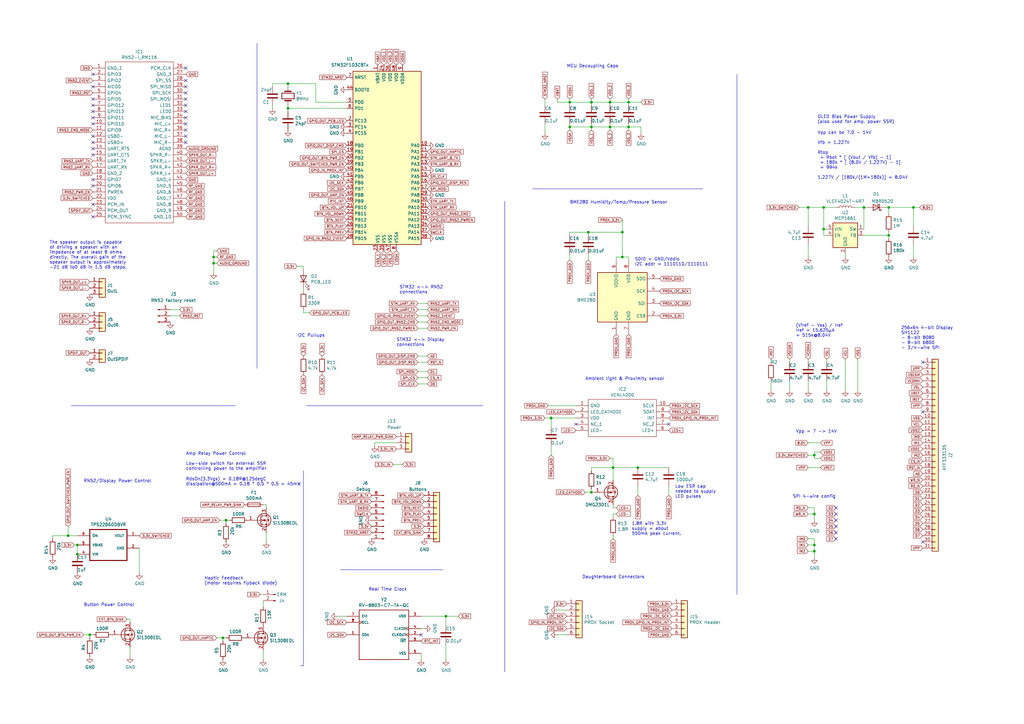
<source format=kicad_sch>
(kicad_sch (version 20230121) (generator eeschema)
  (paper "A3")
  (junction (at 31.75 227.33))
  (junction (at 36.83 260.35))
  (junction (at 354.33 85.09))
  (junction (at 27.94 219.71))
  (junction (at 364.49 85.09))
  (junction (at 87.63 105.41))
  (junction (at 337.82 85.09))
  (junction (at 334.01 226.06))
  (junction (at 255.27 95.25))
  (junction (at 92.71 213.36))
  (junction (at 334.01 210.82))
  (junction (at 364.49 96.52))
  (junction (at 250.19 41.91))
  (junction (at 226.06 171.45))
  (junction (at 334.01 186.69))
  (junction (at 334.01 223.52))
  (junction (at 251.46 191.77))
  (junction (at 91.44 261.62))
  (junction (at 118.11 44.45))
  (junction (at 242.57 52.07))
  (junction (at 257.81 52.07))
  (junction (at 118.11 34.29))
  (junction (at 331.47 85.09))
  (junction (at 242.57 201.93))
  (junction (at 242.57 41.91))
  (junction (at 250.19 52.07))
  (junction (at 241.3 95.25))
  (junction (at 182.88 252.73))
  (junction (at 257.81 41.91))
  (junction (at 337.82 93.98))
  (junction (at 255.27 105.41))
  (junction (at 87.63 107.95))
  (junction (at 261.62 191.77))
  (junction (at 233.68 41.91))
  (junction (at 374.65 85.09))
  (junction (at 233.68 52.07))
  (junction (at 31.75 223.52))
  (no_connect (at 342.9 208.28))
  (no_connect (at 38.1 35.56))
  (no_connect (at 38.1 88.9))
  (no_connect (at 76.2 58.42))
  (no_connect (at 76.2 38.1))
  (no_connect (at 38.1 50.8))
  (no_connect (at 76.2 45.72))
  (no_connect (at 38.1 63.5))
  (no_connect (at 378.46 168.91))
  (no_connect (at 76.2 55.88))
  (no_connect (at 76.2 35.56))
  (no_connect (at 76.2 43.18))
  (no_connect (at 342.9 210.82))
  (no_connect (at 76.2 33.02))
  (no_connect (at 172.72 260.35))
  (no_connect (at 38.1 73.66))
  (no_connect (at 342.9 220.98))
  (no_connect (at 342.9 218.44))
  (no_connect (at 38.1 45.72))
  (no_connect (at 38.1 43.18))
  (no_connect (at 274.32 173.99))
  (no_connect (at 38.1 55.88))
  (no_connect (at 38.1 83.82))
  (no_connect (at 76.2 40.64))
  (no_connect (at 342.9 213.36))
  (no_connect (at 76.2 48.26))
  (no_connect (at 38.1 48.26))
  (no_connect (at 76.2 50.8))
  (no_connect (at 38.1 60.96))
  (no_connect (at 38.1 40.64))
  (no_connect (at 38.1 58.42))
  (no_connect (at 378.46 222.25))
  (no_connect (at 76.2 27.94))
  (no_connect (at 236.22 173.99))
  (no_connect (at 342.9 215.9))
  (no_connect (at 76.2 53.34))
  (no_connect (at 38.1 30.48))
  (no_connect (at 378.46 148.59))
  (no_connect (at 38.1 76.2))
  (wire (pts (xy 241.3 104.14) (xy 241.3 106.68)))
  (wire (pts (xy 161.29 190.5) (xy 165.1 190.5)))
  (wire (pts (xy 118.11 44.45) (xy 118.11 45.72)))
  (wire (pts (xy 171.45 132.08) (xy 175.26 132.08)))
  (wire (pts (xy 261.62 199.39) (xy 261.62 203.2)))
  (wire (pts (xy 331.47 85.09) (xy 337.82 85.09)))
  (wire (pts (xy 262.89 52.07) (xy 257.81 52.07)))
  (wire (pts (xy 316.23 147.32) (xy 316.23 148.59)))
  (wire (pts (xy 171.45 148.59) (xy 175.26 148.59)))
  (wire (pts (xy 331.47 156.21) (xy 331.47 160.02)))
  (wire (pts (xy 257.81 41.91) (xy 257.81 43.18)))
  (wire (pts (xy 109.22 207.01) (xy 109.22 208.28)))
  (wire (pts (xy 331.47 100.33) (xy 331.47 105.41)))
  (wire (pts (xy 262.89 41.91) (xy 257.81 41.91)))
  (wire (pts (xy 228.6 250.19) (xy 232.41 250.19)))
  (wire (pts (xy 106.68 243.84) (xy 107.95 243.84)))
  (wire (pts (xy 233.68 52.07) (xy 233.68 53.34)))
  (wire (pts (xy 233.68 40.64) (xy 233.68 41.91)))
  (wire (pts (xy 31.75 223.52) (xy 31.75 227.33)))
  (wire (pts (xy 171.45 146.05) (xy 175.26 146.05)))
  (wire (pts (xy 91.44 261.62) (xy 91.44 262.89)))
  (wire (pts (xy 171.45 134.62) (xy 175.26 134.62)))
  (wire (pts (xy 250.19 50.8) (xy 250.19 52.07)))
  (polyline (pts (xy 29.21 166.37) (xy 96.52 166.37)))
  (wire (pts (xy 172.72 252.73) (xy 182.88 252.73)))
  (wire (pts (xy 92.71 261.62) (xy 91.44 261.62)))
  (wire (pts (xy 27.94 219.71) (xy 31.75 219.71)))
  (wire (pts (xy 111.76 35.56) (xy 111.76 34.29)))
  (wire (pts (xy 87.63 102.87) (xy 87.63 105.41)))
  (wire (pts (xy 92.71 213.36) (xy 92.71 214.63)))
  (wire (pts (xy 52.07 254) (xy 53.34 254)))
  (wire (pts (xy 251.46 187.96) (xy 251.46 191.77)))
  (wire (pts (xy 337.82 96.52) (xy 337.82 93.98)))
  (wire (pts (xy 242.57 52.07) (xy 233.68 52.07)))
  (wire (pts (xy 255.27 105.41) (xy 255.27 95.25)))
  (polyline (pts (xy 124.46 273.05) (xy 123.19 273.05)))
  (wire (pts (xy 242.57 41.91) (xy 250.19 41.91)))
  (wire (pts (xy 331.47 208.28) (xy 334.01 208.28)))
  (wire (pts (xy 334.01 210.82) (xy 334.01 213.36)))
  (wire (pts (xy 261.62 191.77) (xy 251.46 191.77)))
  (polyline (pts (xy 302.26 243.84) (xy 302.26 30.48)))
  (wire (pts (xy 331.47 223.52) (xy 334.01 223.52)))
  (wire (pts (xy 118.11 43.18) (xy 118.11 44.45)))
  (wire (pts (xy 334.01 186.69) (xy 334.01 187.96)))
  (wire (pts (xy 316.23 156.21) (xy 316.23 160.02)))
  (wire (pts (xy 242.57 193.04) (xy 242.57 191.77)))
  (wire (pts (xy 242.57 50.8) (xy 242.57 52.07)))
  (wire (pts (xy 250.19 41.91) (xy 257.81 41.91)))
  (wire (pts (xy 364.49 95.25) (xy 364.49 96.52)))
  (wire (pts (xy 27.94 215.9) (xy 27.94 219.71)))
  (wire (pts (xy 331.47 220.98) (xy 334.01 220.98)))
  (wire (pts (xy 262.89 52.07) (xy 262.89 54.61)))
  (wire (pts (xy 38.1 260.35) (xy 36.83 260.35)))
  (polyline (pts (xy 125.73 166.37) (xy 198.12 166.37)))
  (wire (pts (xy 252.73 210.82) (xy 251.46 210.82)))
  (wire (pts (xy 241.3 95.25) (xy 255.27 95.25)))
  (wire (pts (xy 250.19 41.91) (xy 250.19 43.18)))
  (wire (pts (xy 257.81 105.41) (xy 257.81 106.68)))
  (wire (pts (xy 124.46 128.27) (xy 127 128.27)))
  (wire (pts (xy 251.46 210.82) (xy 251.46 212.09)))
  (wire (pts (xy 87.63 107.95) (xy 87.63 111.76)))
  (wire (pts (xy 242.57 200.66) (xy 242.57 201.93)))
  (wire (pts (xy 242.57 201.93) (xy 243.84 201.93)))
  (wire (pts (xy 171.45 129.54) (xy 175.26 129.54)))
  (wire (pts (xy 118.11 34.29) (xy 129.54 34.29)))
  (wire (pts (xy 251.46 208.28) (xy 252.73 208.28)))
  (wire (pts (xy 69.85 127) (xy 73.66 127)))
  (wire (pts (xy 255.27 90.17) (xy 255.27 95.25)))
  (wire (pts (xy 364.49 85.09) (xy 374.65 85.09)))
  (wire (pts (xy 21.59 219.71) (xy 21.59 220.98)))
  (wire (pts (xy 242.57 191.77) (xy 251.46 191.77)))
  (wire (pts (xy 323.85 147.32) (xy 323.85 148.59)))
  (wire (pts (xy 255.27 105.41) (xy 257.81 105.41)))
  (wire (pts (xy 121.92 109.22) (xy 124.46 109.22)))
  (wire (pts (xy 346.71 147.32) (xy 346.71 160.02)))
  (wire (pts (xy 226.06 175.26) (xy 226.06 171.45)))
  (wire (pts (xy 226.06 171.45) (xy 236.22 171.45)))
  (wire (pts (xy 334.01 185.42) (xy 336.55 185.42)))
  (wire (pts (xy 250.19 40.64) (xy 250.19 41.91)))
  (wire (pts (xy 93.98 213.36) (xy 92.71 213.36)))
  (wire (pts (xy 251.46 219.71) (xy 251.46 220.98)))
  (wire (pts (xy 339.09 147.32) (xy 339.09 148.59)))
  (wire (pts (xy 53.34 265.43) (xy 53.34 269.24)))
  (wire (pts (xy 346.71 104.14) (xy 346.71 105.41)))
  (wire (pts (xy 224.79 166.37) (xy 236.22 166.37)))
  (wire (pts (xy 334.01 187.96) (xy 336.55 187.96)))
  (wire (pts (xy 242.57 41.91) (xy 242.57 43.18)))
  (wire (pts (xy 172.72 267.97) (xy 172.72 270.51)))
  (wire (pts (xy 334.01 208.28) (xy 334.01 210.82)))
  (wire (pts (xy 233.68 95.25) (xy 233.68 96.52)))
  (wire (pts (xy 364.49 85.09) (xy 364.49 87.63)))
  (wire (pts (xy 351.79 147.32) (xy 351.79 160.02)))
  (wire (pts (xy 107.95 246.38) (xy 107.95 248.92)))
  (wire (pts (xy 36.83 260.35) (xy 36.83 261.62)))
  (wire (pts (xy 334.01 220.98) (xy 334.01 223.52)))
  (wire (pts (xy 111.76 34.29) (xy 118.11 34.29)))
  (wire (pts (xy 21.59 219.71) (xy 27.94 219.71)))
  (wire (pts (xy 129.54 34.29) (xy 129.54 41.91)))
  (wire (pts (xy 124.46 109.22) (xy 124.46 110.49)))
  (wire (pts (xy 334.01 226.06) (xy 334.01 228.6)))
  (wire (pts (xy 363.22 85.09) (xy 364.49 85.09)))
  (wire (pts (xy 182.88 264.16) (xy 182.88 270.51)))
  (wire (pts (xy 374.65 85.09) (xy 377.19 85.09)))
  (wire (pts (xy 331.47 226.06) (xy 334.01 226.06)))
  (wire (pts (xy 226.06 182.88) (xy 226.06 186.69)))
  (wire (pts (xy 171.45 157.48) (xy 175.26 157.48)))
  (wire (pts (xy 364.49 96.52) (xy 364.49 97.79)))
  (wire (pts (xy 172.72 257.81) (xy 173.99 257.81)))
  (wire (pts (xy 129.54 41.91) (xy 142.24 41.91)))
  (wire (pts (xy 153.67 181.61) (xy 153.67 182.88)))
  (wire (pts (xy 171.45 154.94) (xy 175.26 154.94)))
  (wire (pts (xy 182.88 252.73) (xy 187.96 252.73)))
  (wire (pts (xy 87.63 107.95) (xy 88.9 107.95)))
  (wire (pts (xy 354.33 93.98) (xy 354.33 85.09)))
  (wire (pts (xy 252.73 105.41) (xy 255.27 105.41)))
  (wire (pts (xy 57.15 224.79) (xy 57.15 234.95)))
  (wire (pts (xy 327.66 85.09) (xy 331.47 85.09)))
  (wire (pts (xy 92.71 213.36) (xy 90.17 213.36)))
  (wire (pts (xy 250.19 52.07) (xy 250.19 53.34)))
  (wire (pts (xy 182.88 256.54) (xy 182.88 252.73)))
  (wire (pts (xy 274.32 199.39) (xy 274.32 203.2)))
  (wire (pts (xy 355.6 85.09) (xy 354.33 85.09)))
  (wire (pts (xy 171.45 152.4) (xy 175.26 152.4)))
  (wire (pts (xy 107.95 266.7) (xy 107.95 270.51)))
  (wire (pts (xy 334.01 223.52) (xy 334.01 226.06)))
  (wire (pts (xy 242.57 52.07) (xy 242.57 53.34)))
  (wire (pts (xy 171.45 124.46) (xy 175.26 124.46)))
  (wire (pts (xy 87.63 105.41) (xy 87.63 107.95)))
  (wire (pts (xy 124.46 118.11) (xy 124.46 119.38)))
  (wire (pts (xy 257.81 52.07) (xy 257.81 53.34)))
  (wire (pts (xy 228.6 40.64) (xy 228.6 41.91)))
  (wire (pts (xy 257.81 40.64) (xy 257.81 41.91)))
  (wire (pts (xy 331.47 186.69) (xy 334.01 186.69)))
  (wire (pts (xy 240.03 201.93) (xy 242.57 201.93)))
  (wire (pts (xy 91.44 261.62) (xy 88.9 261.62)))
  (wire (pts (xy 339.09 96.52) (xy 337.82 96.52)))
  (wire (pts (xy 223.52 40.64) (xy 223.52 43.18)))
  (wire (pts (xy 251.46 191.77) (xy 251.46 196.85)))
  (wire (pts (xy 88.9 102.87) (xy 87.63 102.87)))
  (wire (pts (xy 107.95 207.01) (xy 109.22 207.01)))
  (wire (pts (xy 36.83 260.35) (xy 34.29 260.35)))
  (wire (pts (xy 250.19 52.07) (xy 242.57 52.07)))
  (wire (pts (xy 337.82 85.09) (xy 342.9 85.09)))
  (wire (pts (xy 228.6 260.35) (xy 232.41 260.35)))
  (wire (pts (xy 171.45 127) (xy 175.26 127)))
  (wire (pts (xy 233.68 104.14) (xy 233.68 106.68)))
  (wire (pts (xy 339.09 93.98) (xy 337.82 93.98)))
  (polyline (pts (xy 207.01 275.59) (xy 207.01 82.55)))
  (wire (pts (xy 250.19 187.96) (xy 251.46 187.96)))
  (wire (pts (xy 331.47 147.32) (xy 331.47 148.59)))
  (wire (pts (xy 374.65 100.33) (xy 374.65 105.41)))
  (wire (pts (xy 138.43 252.73) (xy 142.24 252.73)))
  (wire (pts (xy 257.81 52.07) (xy 250.19 52.07)))
  (wire (pts (xy 331.47 85.09) (xy 331.47 92.71)))
  (wire (pts (xy 233.68 95.25) (xy 241.3 95.25)))
  (wire (pts (xy 162.56 181.61) (xy 153.67 181.61)))
  (wire (pts (xy 233.68 41.91) (xy 228.6 41.91)))
  (wire (pts (xy 331.47 210.82) (xy 334.01 210.82)))
  (wire (pts (xy 88.9 105.41) (xy 87.63 105.41)))
  (wire (pts (xy 118.11 35.56) (xy 118.11 34.29)))
  (polyline (pts (xy 139.7 233.68) (xy 181.61 233.68)))
  (wire (pts (xy 118.11 44.45) (xy 142.24 44.45)))
  (wire (pts (xy 251.46 207.01) (xy 251.46 208.28)))
  (wire (pts (xy 334.01 186.69) (xy 334.01 185.42)))
  (wire (pts (xy 30.48 223.52) (xy 31.75 223.52)))
  (wire (pts (xy 257.81 50.8) (xy 257.81 52.07)))
  (wire (pts (xy 354.33 96.52) (xy 364.49 96.52)))
  (wire (pts (xy 331.47 191.77) (xy 336.55 191.77)))
  (wire (pts (xy 374.65 85.09) (xy 374.65 92.71)))
  (wire (pts (xy 53.34 254) (xy 53.34 255.27)))
  (wire (pts (xy 223.52 50.8) (xy 223.52 54.61)))
  (polyline (pts (xy 218.44 77.47) (xy 288.29 77.47)))
  (wire (pts (xy 252.73 106.68) (xy 252.73 105.41)))
  (wire (pts (xy 233.68 50.8) (xy 233.68 52.07)))
  (wire (pts (xy 69.85 129.54) (xy 73.66 129.54)))
  (polyline (pts (xy 105.41 17.78) (xy 105.41 151.13)))
  (wire (pts (xy 331.47 181.61) (xy 336.55 181.61)))
  (wire (pts (xy 109.22 218.44) (xy 109.22 222.25)))
  (wire (pts (xy 242.57 40.64) (xy 242.57 41.91)))
  (wire (pts (xy 233.68 41.91) (xy 233.68 43.18)))
  (wire (pts (xy 223.52 171.45) (xy 226.06 171.45)))
  (wire (pts (xy 323.85 156.21) (xy 323.85 160.02)))
  (wire (pts (xy 124.46 127) (xy 124.46 128.27)))
  (wire (pts (xy 241.3 96.52) (xy 241.3 95.25)))
  (polyline (pts (xy 124.46 193.04) (xy 124.46 273.05)))
  (wire (pts (xy 337.82 93.98) (xy 337.82 85.09)))
  (wire (pts (xy 354.33 85.09) (xy 350.52 85.09)))
  (wire (pts (xy 111.76 43.18) (xy 111.76 44.45)))
  (wire (pts (xy 339.09 156.21) (xy 339.09 160.02)))
  (wire (pts (xy 242.57 41.91) (xy 233.68 41.91)))
  (wire (pts (xy 261.62 191.77) (xy 274.32 191.77)))
  (text "Haptic Feedback\n(motor requires flyback diode)" (at 83.82 240.03 0) (effects (font (size 1.27 1.27)) (justify left bottom)))
  (text "Daughterboard Connectors" (at 238.76 237.49 0) (effects (font (size 1.27 1.27)) (justify left bottom)))
  (text "I2C Pullups" (at 121.92 138.43 0) (effects (font (size 1.27 1.27)) (justify left bottom)))
  (text "Amp Relay Power Control\n\nLow-side switch for external SSR\ncontrolling power to the amplifier" (at 76.2 193.04 0) (effects (font (size 1.27 1.27)) (justify left bottom)))
  (text "Vpp can be 7.0 - 14V\n\nVfb = 1.227V\n\nRtop\n = Rbot * [ (Vout / Vfb) - 1]\n = 180k * [ (8.0V / 1.227V) - 1]\n = 994k\n\n1.227V / [180k/(1M+180k)] = 8.04V" (at 335.28 73.66 0) (effects (font (size 1.27 1.27)) (justify left bottom)))
  (text "BME280 Humidity/Temp/Pressure Sensor" (at 233.68 83.82 0) (effects (font (size 1.27 1.27)) (justify left bottom)))
  (text "SDIO = GND/Vddio\nI2C addr = 1110110/1110111\n" (at 260.35 109.22 0) (effects (font (size 1.27 1.27)) (justify left bottom)))
  (text "(Viref - Vss) / Iref\nIref = 15.625μA\n= 515k@8.04V" (at 326.39 138.43 0) (effects (font (size 1.27 1.27)) (justify left bottom)))
  (text "The speaker output is capable\nof driving a speaker with an\nimpedance of at least 8 ohms\ndirectly. The overall gain of the\nspeaker output is approximately\n-21 dB to0 dB in 1.5 dB steps." (at 20.32 110.49 0) (effects (font (size 1.27 1.27)) (justify left bottom)))
  (text "Low ESR cap\nneeded to supply\nLED pulses" (at 276.86 204.47 0) (effects (font (size 1.27 1.27)) (justify left bottom)))
  (text "Button Power Control" (at 34.29 248.92 0) (effects (font (size 1.27 1.27)) (justify left bottom)))
  (text "RdsOn(3.3Vgs) = 0.18R@125degC\ndissipation@500mA = 0.18 * 0.5 * 0.5 = 45mW\n" (at 76.2 199.39 0) (effects (font (size 1.27 1.27)) (justify left bottom)))
  (text "1.8R with 3.3V\nsupply = about\n550mA peak current." (at 259.08 219.71 0) (effects (font (size 1.27 1.27)) (justify left bottom)))
  (text "Vpp = 7 -> 14V" (at 326.39 177.8 0) (effects (font (size 1.27 1.27)) (justify left bottom)))
  (text "STM32 <-> Display\nconnections" (at 162.56 142.24 0) (effects (font (size 1.27 1.27)) (justify left bottom)))
  (text "Ambient light & Proximity sensor" (at 240.03 156.21 0) (effects (font (size 1.27 1.27)) (justify left bottom)))
  (text "RN52/Display Power Control" (at 34.29 198.12 0) (effects (font (size 1.27 1.27)) (justify left bottom)))
  (text "OLED Bias Power Supply\n(also used for amp. power SSR)" (at 335.28 50.8 0) (effects (font (size 1.27 1.27)) (justify left bottom)))
  (text "Real Time Clock" (at 151.13 242.57 0) (effects (font (size 1.27 1.27)) (justify left bottom)))
  (text "STM32 <-> RN52\nconnections" (at 163.83 120.65 0) (effects (font (size 1.27 1.27)) (justify left bottom)))
  (text "256x64 4-bit Display\nSH1122\n- 8-bit 8080\n- 8-bit 6800\n- 3/4-wire SPI\n" (at 369.57 143.51 0) (effects (font (size 1.27 1.27)) (justify left bottom)))
  (text "MCU Decoupling Caps" (at 232.41 27.94 0) (effects (font (size 1.27 1.27)) (justify left bottom)))
  (text "SPI 4-wire config" (at 325.12 204.47 0) (effects (font (size 1.27 1.27)) (justify left bottom)))
  (global_label "STM_UART_RX" (shape input) (at 175.26 85.09 0) (effects (font (size 0.9906 0.9906))) (property "Intersheetrefs" "${INTERSHEET_REFS}" (effects hide)))
  (global_label "VSS_3" (shape input) (at 160.02 102.87 270) (effects (font (size 0.9906 0.9906))) (property "Intersheetrefs" "${INTERSHEET_REFS}" (effects hide)))
  (global_label "GPIO_OUT_DISP_CMD" (shape input) (at 171.45 146.05 180) (effects (font (size 0.9906 0.9906))) (property "Intersheetrefs" "${INTERSHEET_REFS}" (effects hide)))
  (global_label "GND" (shape input) (at 38.1 27.94 180) (effects (font (size 0.9906 0.9906))) (property "Intersheetrefs" "${INTERSHEET_REFS}" (effects hide)))
  (global_label "PROX_3.3V" (shape input) (at 223.52 171.45 180) (effects (font (size 0.9906 0.9906))) (property "Intersheetrefs" "${INTERSHEET_REFS}" (effects hide)))
  (global_label "VDDA" (shape input) (at 165.1 26.67 90) (effects (font (size 0.9906 0.9906))) (property "Intersheetrefs" "${INTERSHEET_REFS}" (effects hide)))
  (global_label "D2" (shape input) (at 378.46 207.01 180) (effects (font (size 0.9906 0.9906))) (property "Intersheetrefs" "${INTERSHEET_REFS}" (effects hide)))
  (global_label "VSSA" (shape input) (at 162.56 102.87 270) (effects (font (size 0.9906 0.9906))) (property "Intersheetrefs" "${INTERSHEET_REFS}" (effects hide)))
  (global_label "GPIO_OUT_HAPTIC" (shape input) (at 175.26 62.23 0) (effects (font (size 0.9906 0.9906))) (property "Intersheetrefs" "${INTERSHEET_REFS}" (effects hide)))
  (global_label "3.3V_SWITCHED" (shape input) (at 327.66 85.09 180) (effects (font (size 0.9906 0.9906))) (property "Intersheetrefs" "${INTERSHEET_REFS}" (effects hide)))
  (global_label "I2C_SDA" (shape input) (at 142.24 260.35 180) (effects (font (size 0.9906 0.9906))) (property "Intersheetrefs" "${INTERSHEET_REFS}" (effects hide)))
  (global_label "PROX_GND" (shape input) (at 261.62 203.2 270) (effects (font (size 0.9906 0.9906))) (property "Intersheetrefs" "${INTERSHEET_REFS}" (effects hide)))
  (global_label "IM2" (shape input) (at 378.46 186.69 180) (effects (font (size 0.9906 0.9906))) (property "Intersheetrefs" "${INTERSHEET_REFS}" (effects hide)))
  (global_label "D3" (shape input) (at 378.46 209.55 180) (effects (font (size 0.9906 0.9906))) (property "Intersheetrefs" "${INTERSHEET_REFS}" (effects hide)))
  (global_label "PROX_3.3V" (shape input) (at 255.27 90.17 180) (effects (font (size 0.9906 0.9906))) (property "Intersheetrefs" "${INTERSHEET_REFS}" (effects hide)))
  (global_label "3.3V" (shape input) (at 121.92 109.22 180) (effects (font (size 0.9906 0.9906))) (property "Intersheetrefs" "${INTERSHEET_REFS}" (effects hide)))
  (global_label "PROX_I2C_SDA" (shape input) (at 275.59 257.81 180) (effects (font (size 0.9906 0.9906))) (property "Intersheetrefs" "${INTERSHEET_REFS}" (effects hide)))
  (global_label "GPIO_OUT_DISP_RES" (shape input) (at 171.45 148.59 180) (effects (font (size 0.9906 0.9906))) (property "Intersheetrefs" "${INTERSHEET_REFS}" (effects hide)))
  (global_label "3.3V" (shape input) (at 106.68 243.84 180) (effects (font (size 0.9906 0.9906))) (property "Intersheetrefs" "${INTERSHEET_REFS}" (effects hide)))
  (global_label "RD_N" (shape input) (at 378.46 199.39 180) (effects (font (size 0.9906 0.9906))) (property "Intersheetrefs" "${INTERSHEET_REFS}" (effects hide)))
  (global_label "3.3V" (shape input) (at 132.08 146.05 90) (effects (font (size 0.9906 0.9906))) (property "Intersheetrefs" "${INTERSHEET_REFS}" (effects hide)))
  (global_label "3.3V_IN" (shape input) (at 161.29 190.5 180) (effects (font (size 0.9906 0.9906))) (property "Intersheetrefs" "${INTERSHEET_REFS}" (effects hide)))
  (global_label "A0" (shape input) (at 378.46 194.31 180) (effects (font (size 0.9906 0.9906))) (property "Intersheetrefs" "${INTERSHEET_REFS}" (effects hide)))
  (global_label "RN52_EVENT" (shape input) (at 38.1 33.02 180) (effects (font (size 0.9906 0.9906))) (property "Intersheetrefs" "${INTERSHEET_REFS}" (effects hide)))
  (global_label "STM32_NRST" (shape input) (at 223.52 40.64 90) (effects (font (size 0.9906 0.9906))) (property "Intersheetrefs" "${INTERSHEET_REFS}" (effects hide)))
  (global_label "SPI_CS" (shape input) (at 171.45 154.94 180) (effects (font (size 0.9906 0.9906))) (property "Intersheetrefs" "${INTERSHEET_REFS}" (effects hide)))
  (global_label "I2C_SCK" (shape input) (at 132.08 153.67 270) (effects (font (size 0.9906 0.9906))) (property "Intersheetrefs" "${INTERSHEET_REFS}" (effects hide)))
  (global_label "RN52_UART_RX" (shape input) (at 38.1 68.58 180) (effects (font (size 0.9906 0.9906))) (property "Intersheetrefs" "${INTERSHEET_REFS}" (effects hide)))
  (global_label "VDD1" (shape input) (at 378.46 184.15 180) (effects (font (size 0.9906 0.9906))) (property "Intersheetrefs" "${INTERSHEET_REFS}" (effects hide)))
  (global_label "PROX_GND" (shape input) (at 251.46 220.98 270) (effects (font (size 0.9906 0.9906))) (property "Intersheetrefs" "${INTERSHEET_REFS}" (effects hide)))
  (global_label "D3" (shape input) (at 342.9 210.82 180) (effects (font (size 0.9906 0.9906))) (property "Intersheetrefs" "${INTERSHEET_REFS}" (effects hide)))
  (global_label "LED+" (shape input) (at 252.73 208.28 0) (effects (font (size 0.9906 0.9906))) (property "Intersheetrefs" "${INTERSHEET_REFS}" (effects hide)))
  (global_label "PROX_GND" (shape input) (at 224.79 166.37 180) (effects (font (size 0.9906 0.9906))) (property "Intersheetrefs" "${INTERSHEET_REFS}" (effects hide)))
  (global_label "RN52_PWR_EN" (shape input) (at 175.26 134.62 0) (effects (font (size 0.9906 0.9906))) (property "Intersheetrefs" "${INTERSHEET_REFS}" (effects hide)))
  (global_label "3.3V" (shape input) (at 232.41 247.65 180) (effects (font (size 0.9906 0.9906))) (property "Intersheetrefs" "${INTERSHEET_REFS}" (effects hide)))
  (global_label "STM32_NRST" (shape input) (at 142.24 31.75 180) (effects (font (size 0.9906 0.9906))) (property "Intersheetrefs" "${INTERSHEET_REFS}" (effects hide)))
  (global_label "3.3V_SWITCHED" (shape input) (at 38.1 81.28 180) (effects (font (size 0.9906 0.9906))) (property "Intersheetrefs" "${INTERSHEET_REFS}" (effects hide)))
  (global_label "VBAT" (shape input) (at 228.6 40.64 90) (effects (font (size 0.9906 0.9906))) (property "Intersheetrefs" "${INTERSHEET_REFS}" (effects hide)))
  (global_label "VREF" (shape input) (at 378.46 161.29 180) (effects (font (size 0.9906 0.9906))) (property "Intersheetrefs" "${INTERSHEET_REFS}" (effects hide)))
  (global_label "D7" (shape input) (at 342.9 220.98 180) (effects (font (size 0.9906 0.9906))) (property "Intersheetrefs" "${INTERSHEET_REFS}" (effects hide)))
  (global_label "D1" (shape input) (at 175.26 152.4 0) (effects (font (size 0.9906 0.9906))) (property "Intersheetrefs" "${INTERSHEET_REFS}" (effects hide)))
  (global_label "GPIO_OUT_RN52_CMD" (shape input) (at 175.26 87.63 0) (effects (font (size 0.9906 0.9906))) (property "Intersheetrefs" "${INTERSHEET_REFS}" (effects hide)))
  (global_label "RN52_RST" (shape input) (at 38.1 38.1 180) (effects (font (size 0.9906 0.9906))) (property "Intersheetrefs" "${INTERSHEET_REFS}" (effects hide)))
  (global_label "VDD2" (shape input) (at 336.55 187.96 0) (effects (font (size 0.9906 0.9906))) (property "Intersheetrefs" "${INTERSHEET_REFS}" (effects hide)))
  (global_label "VSS_2" (shape input) (at 250.19 53.34 270) (effects (font (size 0.9906 0.9906))) (property "Intersheetrefs" "${INTERSHEET_REFS}" (effects hide)))
  (global_label "RTC_INT" (shape input) (at 172.72 262.89 0) (effects (font (size 0.9906 0.9906))) (property "Intersheetrefs" "${INTERSHEET_REFS}" (effects hide)))
  (global_label "AUDIO_GROUND" (shape input) (at 88.9 107.95 0) (effects (font (size 0.9906 0.9906))) (property "Intersheetrefs" "${INTERSHEET_REFS}" (effects hide)))
  (global_label "RF_GND" (shape input) (at 76.2 86.36 0) (effects (font (size 0.9906 0.9906))) (property "Intersheetrefs" "${INTERSHEET_REFS}" (effects hide)))
  (global_label "RF_GND" (shape input) (at 76.2 83.82 0) (effects (font (size 0.9906 0.9906))) (property "Intersheetrefs" "${INTERSHEET_REFS}" (effects hide)))
  (global_label "3.3V" (shape input) (at 152.4 215.9 180) (effects (font (size 0.9906 0.9906))) (property "Intersheetrefs" "${INTERSHEET_REFS}" (effects hide)))
  (global_label "GPIO_IN_PROX_INT" (shape input) (at 142.24 69.85 180) (effects (font (size 0.9906 0.9906))) (property "Intersheetrefs" "${INTERSHEET_REFS}" (effects hide)))
  (global_label "IREF" (shape input) (at 378.46 163.83 180) (effects (font (size 0.9906 0.9906))) (property "Intersheetrefs" "${INTERSHEET_REFS}" (effects hide)))
  (global_label "VPP" (shape input) (at 336.55 181.61 0) (effects (font (size 0.9906 0.9906))) (property "Intersheetrefs" "${INTERSHEET_REFS}" (effects hide)))
  (global_label "3.3V" (shape input) (at 30.48 223.52 180) (effects (font (size 0.9906 0.9906))) (property "Intersheetrefs" "${INTERSHEET_REFS}" (effects hide)))
  (global_label "SPDIF_OUT" (shape input) (at 36.83 144.78 180) (effects (font (size 0.9906 0.9906))) (property "Intersheetrefs" "${INTERSHEET_REFS}" (effects hide)))
  (global_label "D6" (shape input) (at 378.46 217.17 180) (effects (font (size 0.9906 0.9906))) (property "Intersheetrefs" "${INTERSHEET_REFS}" (effects hide)))
  (global_label "3.3V" (shape input) (at 73.66 127 0) (effects (font (size 0.9906 0.9906))) (property "Intersheetrefs" "${INTERSHEET_REFS}" (effects hide)))
  (global_label "VSS_1" (shape input) (at 154.94 102.87 270) (effects (font (size 0.9906 0.9906))) (property "Intersheetrefs" "${INTERSHEET_REFS}" (effects hide)))
  (global_label "SPI_CLK" (shape input) (at 171.45 157.48 180) (effects (font (size 0.9906 0.9906))) (property "Intersheetrefs" "${INTERSHEET_REFS}" (effects hide)))
  (global_label "3.3V" (shape input) (at 262.89 41.91 0) (effects (font (size 0.9906 0.9906))) (property "Intersheetrefs" "${INTERSHEET_REFS}" (effects hide)))
  (global_label "VCOMH" (shape input) (at 331.47 147.32 90) (effects (font (size 0.9906 0.9906))) (property "Intersheetrefs" "${INTERSHEET_REFS}" (effects hide)))
  (global_label "SWCLK" (shape input) (at 175.26 95.25 0) (effects (font (size 0.9906 0.9906))) (property "Intersheetrefs" "${INTERSHEET_REFS}" (effects hide)))
  (global_label "BTN_PREV" (shape input) (at 142.24 95.25 180) (effects (font (size 0.9906 0.9906))) (property "Intersheetrefs" "${INTERSHEET_REFS}" (effects hide)))
  (global_label "STM_UART_TX" (shape input) (at 175.26 82.55 0) (effects (font (size 0.9906 0.9906))) (property "Intersheetrefs" "${INTERSHEET_REFS}" (effects hide)))
  (global_label "VSS_1" (shape input) (at 242.57 53.34 270) (effects (font (size 0.9906 0.9906))) (property "Intersheetrefs" "${INTERSHEET_REFS}" (effects hide)))
  (global_label "VDD_1" (shape input) (at 242.57 40.64 90) (effects (font (size 0.9906 0.9906))) (property "Intersheetrefs" "${INTERSHEET_REFS}" (effects hide)))
  (global_label "8.0V" (shape input) (at 377.19 85.09 0) (effects (font (size 0.9906 0.9906))) (property "Intersheetrefs" "${INTERSHEET_REFS}" (effects hide)))
  (global_label "VSEGM" (shape input) (at 378.46 153.67 180) (effects (font (size 0.9906 0.9906))) (property "Intersheetrefs" "${INTERSHEET_REFS}" (effects hide)))
  (global_label "IM0" (shape input) (at 378.46 179.07 180) (effects (font (size 0.9906 0.9906))) (property "Intersheetrefs" "${INTERSHEET_REFS}" (effects hide)))
  (global_label "I2C_SDA" (shape input) (at 232.41 257.81 180) (effects (font (size 0.9906 0.9906))) (property "Intersheetrefs" "${INTERSHEET_REFS}" (effects hide)))
  (global_label "PROX_GND" (shape input) (at 275.59 260.35 180) (effects (font (size 0.9906 0.9906))) (property "Intersheetrefs" "${INTERSHEET_REFS}" (effects hide)))
  (global_label "SPKR_OUT_R-" (shape input) (at 36.83 132.08 180) (effects (font (size 0.9906 0.9906))) (property "Intersheetrefs" "${INTERSHEET_REFS}" (effects hide)))
  (global_label "VSL" (shape input) (at 339.09 147.32 90) (effects (font (size 0.9906 0.9906))) (property "Intersheetrefs" "${INTERSHEET_REFS}" (effects hide)))
  (global_label "STM_UART_RX" (shape input) (at 171.45 124.46 180) (effects (font (size 0.9906 0.9906))) (property "Intersheetrefs" "${INTERSHEET_REFS}" (effects hide)))
  (global_label "GPIO_OUT_RN52_CMD" (shape input) (at 171.45 132.08 180) (effects (font (size 0.9906 0.9906))) (property "Intersheetrefs" "${INTERSHEET_REFS}" (effects hide)))
  (global_label "PROX_3.3V" (shape input) (at 250.19 187.96 180) (effects (font (size 0.9906 0.9906))) (property "Intersheetrefs" "${INTERSHEET_REFS}" (effects hide)))
  (global_label "BTN_VOL_DOWN" (shape input) (at 142.24 87.63 180) (effects (font (size 0.9906 0.9906))) (property "Intersheetrefs" "${INTERSHEET_REFS}" (effects hide)))
  (global_label "SPKR_OUT_R-" (shape input) (at 76.2 63.5 0) (effects (font (size 0.9906 0.9906))) (property "Intersheetrefs" "${INTERSHEET_REFS}" (effects hide)))
  (global_label "VBAT" (shape input) (at 154.94 26.67 90) (effects (font (size 0.9906 0.9906))) (property "Intersheetrefs" "${INTERSHEET_REFS}" (effects hide)))
  (global_label "RN52_CMD_MODE" (shape input) (at 38.1 53.34 180) (effects (font (size 0.9906 0.9906))) (property "Intersheetrefs" "${INTERSHEET_REFS}" (effects hide)))
  (global_label "CS_N" (shape input) (at 175.26 154.94 0) (effects (font (size 0.9906 0.9906))) (property "Intersheetrefs" "${INTERSHEET_REFS}" (effects hide)))
  (global_label "GPIO_OUT_SWITCHED_PWR_EN" (shape input) (at 27.94 215.9 90) (effects (font (size 0.9906 0.9906))) (property "Intersheetrefs" "${INTERSHEET_REFS}" (effects hide)))
  (global_label "EXT_BTN_SINK" (shape input) (at 173.99 218.44 180) (effects (font (size 0.9906 0.9906))) (property "Intersheetrefs" "${INTERSHEET_REFS}" (effects hide)))
  (global_label "RN52_RST" (shape input) (at 73.66 129.54 0) (effects (font (size 0.9906 0.9906))) (property "Intersheetrefs" "${INTERSHEET_REFS}" (effects hide)))
  (global_label "RST_N" (shape input) (at 378.46 191.77 180) (effects (font (size 0.9906 0.9906))) (property "Intersheetrefs" "${INTERSHEET_REFS}" (effects hide)))
  (global_label "GPIO_OUT_PCB_LED" (shape input) (at 127 128.27 0) (effects (font (size 0.9906 0.9906))) (property "Intersheetrefs" "${INTERSHEET_REFS}" (effects hide)))
  (global_label "PROX_GND" (shape input) (at 233.68 106.68 270) (effects (font (size 0.9906 0.9906))) (property "Intersheetrefs" "${INTERSHEET_REFS}" (effects hide)))
  (global_label "RD_N" (shape input) (at 331.47 208.28 180) (effects (font (size 0.9906 0.9906))) (property "Intersheetrefs" "${INTERSHEET_REFS}" (effects hide)))
  (global_label "SPKR_OUT_R+" (shape input) (at 36.83 129.54 180) (effects (font (size 0.9906 0.9906))) (property "Intersheetrefs" "${INTERSHEET_REFS}" (effects hide)))
  (global_label "BTN_PLAY" (shape input) (at 173.99 210.82 180) (effects (font (size 0.9906 0.9906))) (property "Intersheetrefs" "${INTERSHEET_REFS}" (effects hide)))
  (global_label "I2C_SCK" (shape input) (at 142.24 74.93 180) (effects (font (size 0.9906 0.9906))) (property "Intersheetrefs" "${INTERSHEET_REFS}" (effects hide)))
  (global_label "PROX_3.3V" (shape input) (at 270.51 129.54 0) (effects (font (size 0.9906 0.9906))) (property "Intersheetrefs" "${INTERSHEET_REFS}" (effects hide)))
  (global_label "SPI_CLK" (shape input) (at 175.26 72.39 0) (effects (font (size 0.9906 0.9906))) (property "Intersheetrefs" "${INTERSHEET_REFS}" (effects hide)))
  (global_label "SPKR_OUT_L+" (shape input) (at 36.83 115.57 180) (effects (font (size 0.9906 0.9906))) (property "Intersheetrefs" "${INTERSHEET_REFS}" (effects hide)))
  (global_label "8.0V" (shape input) (at 331.47 181.61 180) (effects (font (size 0.9906 0.9906))) (property "Intersheetrefs" "${INTERSHEET_REFS}" (effects hide)))
  (global_label "D4" (shape input) (at 342.9 213.36 180) (effects (font (size 0.9906 0.9906))) (property "Intersheetrefs" "${INTERSHEET_REFS}" (effects hide)))
  (global_label "PROX_GPIO_IN_PROX_INT" (shape input) (at 275.59 255.27 180) (effects (font (size 0.9906 0.9906))) (property "Intersheetrefs" "${INTERSHEET_REFS}" (effects hide)))
  (global_label "VDD_3" (shape input) (at 162.56 26.67 90) (effects (font (size 0.9906 0.9906))) (property "Intersheetrefs" "${INTERSHEET_REFS}" (effects hide)))
  (global_label "AMP_RELAY_PWR_SINK" (shape input) (at 100.33 207.01 180) (effects (font (size 0.9906 0.9906))) (property "Intersheetrefs" "${INTERSHEET_REFS}" (effects hide)))
  (global_label "VDD2" (shape input) (at 378.46 176.53 180) (effects (font (size 0.9906 0.9906))) (property "Intersheetrefs" "${INTERSHEET_REFS}" (effects hide)))
  (global_label "VSEGM" (shape input) (at 323.85 147.32 90) (effects (font (size 0.9906 0.9906))) (property "Intersheetrefs" "${INTERSHEET_REFS}" (effects hide)))
  (global_label "STM_UART_TX" (shape input) (at 171.45 127 180) (effects (font (size 0.9906 0.9906))) (property "Intersheetrefs" "${INTERSHEET_REFS}" (effects hide)))
  (global_label "STM32_NRST" (shape input) (at 152.4 218.44 180) (effects (font (size 0.9906 0.9906))) (property "Intersheetrefs" "${INTERSHEET_REFS}" (effects hide)))
  (global_label "3.3V" (shape input) (at 124.46 146.05 90) (effects (font (size 0.9906 0.9906))) (property "Intersheetrefs" "${INTERSHEET_REFS}" (effects hide)))
  (global_label "PROX_GND" (shape input) (at 275.59 250.19 180) (effects (font (size 0.9906 0.9906))) (property "Intersheetrefs" "${INTERSHEET_REFS}" (effects hide)))
  (global_label "SPDIF_OUT" (shape input) (at 38.1 86.36 180) (effects (font (size 0.9906 0.9906))) (property "Intersheetrefs" "${INTERSHEET_REFS}" (effects hide)))
  (global_label "3.3V" (shape input) (at 173.99 215.9 180) (effects (font (size 0.9906 0.9906))) (property "Intersheetrefs" "${INTERSHEET_REFS}" (effects hide)))
  (global_label "RN52_PWR_EN" (shape input) (at 38.1 78.74 180) (effects (font (size 0.9906 0.9906))) (property "Intersheetrefs" "${INTERSHEET_REFS}" (effects hide)))
  (global_label "GPIO_OUT_AMP_EN" (shape input) (at 90.17 213.36 180) (effects (font (size 0.9906 0.9906))) (property "Intersheetrefs" "${INTERSHEET_REFS}" (effects hide)))
  (global_label "VCL" (shape input) (at 346.71 147.32 90) (effects (font (size 0.9906 0.9906))) (property "Intersheetrefs" "${INTERSHEET_REFS}" (effects hide)))
  (global_label "D2" (shape input) (at 342.9 208.28 180) (effects (font (size 0.9906 0.9906))) (property "Intersheetrefs" "${INTERSHEET_REFS}" (effects hide)))
  (global_label "BTN_VOL_UP" (shape input) (at 142.24 85.09 180) (effects (font (size 0.9906 0.9906))) (property "Intersheetrefs" "${INTERSHEET_REFS}" (effects hide)))
  (global_label "D0" (shape input) (at 175.26 157.48 0) (effects (font (size 0.9906 0.9906))) (property "Intersheetrefs" "${INTERSHEET_REFS}" (effects hide)))
  (global_label "VPP" (shape input) (at 378.46 224.79 180) (effects (font (size 0.9906 0.9906))) (property "Intersheetrefs" "${INTERSHEET_REFS}" (effects hide)))
  (global_label "GND" (shape input) (at 76.2 73.66 0) (effects (font (size 0.9906 0.9906))) (property "Intersheetrefs" "${INTERSHEET_REFS}" (effects hide)))
  (global_label "LED_CATHODE" (shape input) (at 236.22 168.91 180) (effects (font (size 0.9906 0.9906))) (property "Intersheetrefs" "${INTERSHEET_REFS}" (effects hide)))
  (global_label "VDD_1" (shape input) (at 157.48 26.67 90) (effects (font (size 0.9906 0.9906))) (property "Intersheetrefs" "${INTERSHEET_REFS}" (effects hide)))
  (global_label "GND" (shape input) (at 38.1 71.12 180) (effects (font (size 0.9906 0.9906))) (property "Intersheetrefs" "${INTERSHEET_REFS}" (effects hide)))
  (global_label "PROX_3.3V" (shape input) (at 275.59 247.65 180) (effects (font (size 0.9906 0.9906))) (property "Intersheetrefs" "${INTERSHEET_REFS}" (effects hide)))
  (global_label "CS_N" (shape input) (at 378.46 189.23 180) (effects (font (size 0.9906 0.9906))) (property "Intersheetrefs" "${INTERSHEET_REFS}" (effects hide)))
  (global_label "D5" (shape input) (at 378.46 214.63 180) (effects (font (size 0.9906 0.9906))) (property "Intersheetrefs" "${INTERSHEET_REFS}" (effects hide)))
  (global_label "IM2" (shape input) (at 331.47 226.06 180) (effects (font (size 0.9906 0.9906))) (property "Intersheetrefs" "${INTERSHEET_REFS}" (effects hide)))
  (global_label "VREF" (shape input) (at 336.55 191.77 0) (effects (font (size 0.9906 0.9906))) (property "Intersheetrefs" "${INTERSHEET_REFS}" (effects hide)))
  (global_label "AMP_RELAY_PWR_SINK" (shape input) (at 162.56 179.07 180) (effects (font (size 0.9906 0.9906))) (property "Intersheetrefs" "${INTERSHEET_REFS}" (effects hide)))
  (global_label "VPP" (shape input) (at 378.46 151.13 180) (effects (font (size 0.9906 0.9906))) (property "Intersheetrefs" "${INTERSHEET_REFS}" (effects hide)))
  (global_label "A0" (shape input) (at 175.26 146.05 0) (effects (font (size 0.9906 0.9906))) (property "Intersheetrefs" "${INTERSHEET_REFS}" (effects hide)))
  (global_label "PROX_GND" (shape input) (at 257.81 137.16 270) (effects (font (size 0.9906 0.9906))) (property "Intersheetrefs" "${INTERSHEET_REFS}" (effects hide)))
  (global_label "VSSA" (shape input) (at 233.68 53.34 270) (effects (font (size 0.9906 0.9906))) (property "Intersheetrefs" "${INTERSHEET_REFS}" (effects hide)))
  (global_label "WR_N" (shape input) (at 378.46 196.85 180) (effects (font (size 0.9906 0.9906))) (property "Intersheetrefs" "${INTERSHEET_REFS}" (effects hide)))
  (global_label "STM_UART_B_TX" (shape input) (at 175.26 64.77 0) (effects (font (size 0.9906 0.9906))) (property "Intersheetrefs" "${INTERSHEET_REFS}" (effects hide)))
  (global_label "PROX_GND" (shape input) (at 226.06 186.69 270) (effects (font (size 0.9906 0.9906))) (property "Intersheetrefs" "${INTERSHEET_REFS}" (effects hide)))
  (global_label "VDD_3" (shape input) (at 257.81 40.64 90) (effects (font (size 0.9906 0.9906))) (property "Intersheetrefs" "${INTERSHEET_REFS}" (effects hide)))
  (global_label "GPIO_OUT_DISP_CMD" (shape input) (at 142.24 59.69 180) (effects (font (size 0.9906 0.9906))) (property "Intersheetrefs" "${INTERSHEET_REFS}" (effects hide)))
  (global_label "VSS_2" (shape input) (at 157.48 102.87 270) (effects (font (size 0.9906 0.9906))) (property "Intersheetrefs" "${INTERSHEET_REFS}" (effects hide)))
  (global_label "PROX_I2C_SDA" (shape input) (at 274.32 168.91 0) (effects (font (size 0.9906 0.9906))) (property "Intersheetrefs" "${INTERSHEET_REFS}" (effects hide)))
  (global_label "VSL" (shape input) (at 378.46 158.75 180) (effects (font (size 0.9906 0.9906))) (property "Intersheetrefs" "${INTERSHEET_REFS}" (effects hide)))
  (global_label "GPIO_OUT_RN52_PWREN" (shape input) (at 171.45 134.62 180) (effects (font (size 0.9906 0.9906))) (property "Intersheetrefs" "${INTERSHEET_REFS}" (effects hide)))
  (global_label "I2C_SCK" (shape input) (at 232.41 252.73 180) (effects (font (size 0.9906 0.9906))) (property "Intersheetrefs" "${INTERSHEET_REFS}" (effects hide)))
  (global_label "D1" (shape input) (at 378.46 204.47 180) (effects (font (size 0.9906 0.9906))) (property "Intersheetrefs" "${INTERSHEET_REFS}" (effects hide)))
  (global_label "3.3V_SWITCHED" (shape input) (at 331.47 186.69 180) (effects (font (size 0.9906 0.9906))) (property "Intersheetrefs" "${INTERSHEET_REFS}" (effects hide)))
  (global_label "IM1" (shape input) (at 331.47 223.52 180) (effects (font (size 0.9906 0.9906))) (property "Intersheetrefs" "${INTERSHEET_REFS}" (effects hide)))
  (global_label "SPI_CS" (shape input) (at 142.24 62.23 180) (effects (font (size 0.9906 0.9906))) (property "Intersheetrefs" "${INTERSHEET_REFS}" (effects hide)))
  (global_label "GPIO_OUT_RN52_PWREN" (shape input) (at 175.26 90.17 0) (effects (font (size 0.9906 0.9906))) (property "Intersheetrefs" "${INTERSHEET_REFS}" (effects hide)))
  (global_label "GPIO_OUT_BTN_PWR_EN" (shape input) (at 142.24 64.77 180) (effects (font (size 0.9906 0.9906))) (property "Intersheetrefs" "${INTERSHEET_REFS}" (effects hide)))
  (global_label "D4" (shape input) (at 378.46 212.09 180) (effects (font (size 0.9906 0.9906))) (property "Intersheetrefs" "${INTERSHEET_REFS}" (effects hide)))
  (global_label "RF_GND" (shape input) (at 76.2 78.74 0) (effects (font (size 0.9906 0.9906))) (property "Intersheetrefs" "${INTERSHEET_REFS}" (effects hide)))
  (global_label "SPKR_OUT_R+" (shape input) (at 76.2 68.58 0) (effects (font (size 0.9906 0.9906))) (property "Intersheetrefs" "${INTERSHEET_REFS}" (effects hide)))
  (global_label "BTN_PLAY" (shape input) (at 142.24 92.71 180) (effects (font (size 0.9906 0.9906))) (property "Intersheetrefs" "${INTERSHEET_REFS}" (effects hide)))
  (global_label "VSS_3" (shape input) (at 257.81 53.34 270) (effects (font (size 0.9906 0.9906))) (property "Intersheetrefs" "${INTERSHEET_REFS}" (effects hide)))
  (global_label "IREF" (shape input) (at 316.23 147.32 90) (effects (font (size 0.9906 0.9906))) (property "Intersheetrefs" "${INTERSHEET_REFS}" (effects hide)))
  (global_label "BTN_PREV" (shape input) (at 173.99 213.36 180) (effects (font (size 0.9906 0.9906))) (property "Intersheetrefs" "${INTERSHEET_REFS}" (effects hide)))
  (global_label "STM_UART_B_TX" (shape input) (at 152.4 203.2 180) (effects (font (size 0.9906 0.9906))) (property "Intersheetrefs" "${INTERSHEET_REFS}" (effects hide)))
  (global_label "3.3V_SWITCHED" (shape input) (at 57.15 219.71 0) (effects (font (size 0.9906 0.9906))) (property "Intersheetrefs" "${INTERSHEET_REFS}" (effects hide)))
  (global_label "GPIO_IN_RN52_EVENT" (shape input) (at 142.24 97.79 180) (effects (font (size 0.9906 0.9906))) (property "Intersheetrefs" "${INTERSHEET_REFS}" (effects hide)))
  (global_label "SWDIO" (shape input) (at 175.26 92.71 0) (effects (font (size 0.9906 0.9906))) (property "Intersheetrefs" "${INTERSHEET_REFS}" (effects hide)))
  (global_label "SPKR_OUT_L-" (shape input) (at 76.2 66.04 0) (effects (font (size 0.9906 0.9906))) (property "Intersheetrefs" "${INTERSHEET_REFS}" (effects hide)))
  (global_label "GND" (shape input) (at 88.9 102.87 0) (effects (font (size 0.9906 0.9906))) (property "Intersheetrefs" "${INTERSHEET_REFS}" (effects hide)))
  (global_label "BTN_NEXT" (shape input) (at 142.24 90.17 180) (effects (font (size 0.9906 0.9906))) (property "Intersheetrefs" "${INTERSHEET_REFS}" (effects hide)))
  (global_label "RTC_INT" (shape input) (at 142.24 82.55 180) (effects (font (size 0.9906 0.9906))) (property "Intersheetrefs" "${INTERSHEET_REFS}" (effects hide)))
  (global_label "GPIO_IN_RN52_EVENT" (shape input) (at 171.45 129.54 180) (effects (font (size 0.9906 0.9906))) (property "Intersheetrefs" "${INTERSHEET_REFS}" (effects hide)))
  (global_label "SWCLK" (shape input) (at 152.4 210.82 180) (effects (font (size 0.9906 0.9906))) (property "Intersheetrefs" "${INTERSHEET_REFS}" (effects hide)))
  (global_label "PROX_I2C_SCK" (shape input) (at 274.32 166.37 0) (effects (font (size 0.9906 0.9906))) (property "Intersheetrefs" "${INTERSHEET_REFS}" (effects hide)))
  (global_label "RN52_UART_TX" (shape input) (at 38.1 66.04 180) (effects (font (size 0.9906 0.9906))) (property "Intersheetrefs" "${INTERSHEET_REFS}" (effects hide)))
  (global_label "SPKR_OUT_L-" (shape input) (at 36.83 118.11 180) (effects (font (size 0.9906 0.9906))) (property "Intersheetrefs" "${INTERSHEET_REFS}" (effects hide)))
  (global_label "PROX_GND" (shape input) (at 252.73 137.16 270) (effects (font (size 0.9906 0.9906))) (property "Intersheetrefs" "${INTERSHEET_REFS}" (effects hide)))
  (global_label "VPP" (shape input) (at 378.46 166.37 180) (effects (font (size 0.9906 0.9906))) (property "Intersheetrefs" "${INTERSHEET_REFS}" (effects hide)))
  (global_label "3.3V_IN" (shape input) (at 162.56 184.15 180) (effects (font (size 0.9906 0.9906))) (property "Intersheetrefs" "${INTERSHEET_REFS}" (effects hide)))
  (global_label "PROX_GND" (shape input) (at 241.3 106.68 270) (effects (font (size 0.9906 0.9906))) (property "Intersheetrefs" "${INTERSHEET_REFS}" (effects hide)))
  (global_label "RST_N" (shape input) (at 175.26 148.59 0) (effects (font (size 0.9906 0.9906))) (property "Intersheetrefs" "${INTERSHEET_REFS}" (effects hide)))
  (global_label "VSS" (shape input) (at 378.46 171.45 180) (effects (font (size 0.9906 0.9906))) (property "Intersheetrefs" "${INTERSHEET_REFS}" (effects hide)))
  (global_label "GPIO_OUT_AMP_EN" (shape input) (at 142.24 80.01 180) (effects (font (size 0.9906 0.9906))) (property "Intersheetrefs" "${INTERSHEET_REFS}" (effects hide)))
  (global_label "SWDIO" (shape input) (at 152.4 208.28 180) (effects (font (size 0.9906 0.9906))) (property "Intersheetrefs" "${INTERSHEET_REFS}" (effects hide)))
  (global_label "RN52_UART_TX" (shape input) (at 175.26 124.46 0) (effects (font (size 0.9906 0.9906))) (property "Intersheetrefs" "${INTERSHEET_REFS}" (effects hide)))
  (global_label "D7" (shape input) (at 378.46 219.71 180) (effects (font (size 0.9906 0.9906))) (property "Intersheetrefs" "${INTERSHEET_REFS}" (effects hide)))
  (global_label "PROX_I2C_SCK" (shape input) (at 275.59 252.73 180) (effects (font (size 0.9906 0.9906))) (property "Intersheetrefs" "${INTERSHEET_REFS}" (effects hide)))
  (global_label "LED-" (shape input) (at 236.22 176.53 180) (effects (font (size 0.9906 0.9906))) (property "Intersheetrefs" "${INTERSHEET_REFS}" (effects hide)))
  (global_label "WR_N" (shape input) (at 331.47 210.82 180) (effects (font (size 0.9906 0.9906))) (property "Intersheetrefs" "${INTERSHEET_REFS}" (effects hide)))
  (global_label "RF_GND" (shape input) (at 76.2 88.9 0) (effects (font (size 0.9906 0.9906))) (property "Intersheetrefs" "${INTERSHEET_REFS}" (effects hide)))
  (global_label "AUDIO_GROUND" (shape input) (at 76.2 60.96 0) (effects (font (size 0.9906 0.9906))) (property "Intersheetrefs" "${INTERSHEET_REFS}" (effects hide)))
  (global_label "VDD1" (shape input) (at 336.55 185.42 0) (effects (font (size 0.9906 0.9906))) (property "Intersheetrefs" "${INTERSHEET_REFS}" (effects hide)))
  (global_label "VSS" (shape input) (at 351.79 147.32 90) (effects (font (size 0.9906 0.9906))) (property "Intersheetrefs" "${INTERSHEET_REFS}" (effects hide)))
  (global_label "PROX_GND" (shape input) (at 274.32 203.2 270) (effects (font (size 0.9906 0.9906))) (property "Intersheetrefs" "${INTERSHEET_REFS}" (effects hide)))
  (global_label "RF_GND" (shape input) (at 88.9 105.41 0) (effects (font (size 0.9906 0.9906))) (property "Intersheetrefs" "${INTERSHEET_REFS}" (effects hide)))
  (global_label "GND" (shape input) (at 76.2 30.48 0) (effects (font (size 0.9906 0.9906))) (property "Intersheetrefs" "${INTERSHEET_REFS}" (effects hide)))
  (global_label "D5" (shape input) (at 342.9 215.9 180) (effects (font (size 0.9906 0.9906))) (property "Intersheetrefs" "${INTERSHEET_REFS}" (effects hide)))
  (global_label "D0" (shape input) (at 378.46 201.93 180) (effects (font (size 0.9906 0.9906))) (property "Intersheetrefs" "${INTERSHEET_REFS}" (effects hide)))
  (global_label "GPIO_OUT_BTN_PWR_EN" (shape input) (at 34.29 260.35 180) (effects (font (size 0.9906 0.9906))) (property "Intersheetrefs" "${INTERSHEET_REFS}" (effects hide)))
  (global_label "VCL" (shape input) (at 378.46 173.99 180) (effects (font (size 0.9906 0.9906))) (property "Intersheetrefs" "${INTERSHEET_REFS}" (effects hide)))
  (global_label "PROX_I2C_SDA" (shape input) (at 270.51 124.46 0) (effects (font (size 0.9906 0.9906))) (property "Intersheetrefs" "${INTERSHEET_REFS}" (effects hide)))
  (global_label "EXT_BTN_SINK" (shape input) (at 52.07 254 180) (effects (font (size 0.9906 0.9906))) (property "Intersheetrefs" "${INTERSHEET_REFS}" (effects hide)))
  (global_label "BTN_VOL_DOWN" (shape input) (at 173.99 205.74 180) (effects (font (size 0.9906 0.9906))) (property "Intersheetrefs" "${INTERSHEET_REFS}" (effects hide)))
  (global_label "RN52_CMD_MODE" (shape input) (at 175.26 132.08 0) (effects (font (size 0.9906 0.9906))) (property "Intersheetrefs" "${INTERSHEET_REFS}" (effects hide)))
  (global_label "LED+" (shape input) (at 274.32 176.53 0) (effects (font (size 0.9906 0.9906))) (property "Intersheetrefs" "${INTERSHEET_REFS}" (effects hide)))
  (global_label "SPI_MOSI" (shape input) (at 175.26 77.47 0) (effects (font (size 0.9906 0.9906))) (property "Intersheetrefs" "${INTERSHEET_REFS}" (effects hide)))
  (global_label "GPIO_OUT_SWITCHED_PWR_EN" (shape input) (at 142.24 67.31 180) (effects (font (size 0.9906 0.9906))) (property "Intersheetrefs" "${INTERSHEET_REFS}" (effects hide)))
  (global_label "IM1" (shape input) (at 378.46 181.61 180) (effects (font (size 0.9906 0.9906))) (property "Intersheetrefs" "${INTERSHEET_REFS}" (effects hide)))
  (global_label "STM_UART_B_RX" (shape input) (at 152.4 205.74 180) (effects (font (size 0.9906 0.9906))) (property "Intersheetrefs" "${INTERSHEET_REFS}" (effects hide)))
  (global_label "VPP" (shape input) (at 331.47 191.77 180) (effects (font (size 0.9906 0.9906))) (property "Intersheetrefs" "${INTERSHEET_REFS}" (effects hide)))
  (global_label "STM_UART_B_RX" (shape input) (at 175.26 67.31 0) (effects (font (size 0.9906 0.9906))) (property "Intersheetrefs" "${INTERSHEET_REFS}" (effects hide)))
  (global_label "PROX_I2C_SCK" (shape input) (at 270.51 119.38 0) (effects (font (size 0.9906 0.9906))) (property "Intersheetrefs" "${INTERSHEET_REFS}" (effects hide)))
  (global_label "LED-" (shape input) (at 252.73 210.82 0) (effects (font (size 0.9906 0.9906))) (property "Intersheetrefs" "${INTERSHEET_REFS}" (effects hide)))
  (global_label "I2C_SCK" (shape input) (at 142.24 255.27 180) (effects (font (size 0.9906 0.9906))) (property "Intersheetrefs" "${INTERSHEET_REFS}" (effects hide)))
  (global_label "I2C_SDA" (shape input) (at 124.46 153.67 270) (effects (font (size 0.9906 0.9906))) (property "Intersheetrefs" "${INTERSHEET_REFS}" (effects hide)))
  (global_label "RN52_EVENT" (shape input) (at 175.26 129.54 0) (effects (font (size 0.9906 0.9906))) (property "Intersheetrefs" "${INTERSHEET_REFS}" (effects hide)))
  (global_label "SPI_MOSI" (shape input) (at 171.45 152.4 180) (effects (font (size 0.9906 0.9906))) (property "Intersheetrefs" "${INTERSHEET_REFS}" (effects hide)))
  (global_label "GPIO_OUT_HAPTIC" (shape input) (at 88.9 261.62 180) (effects (font (size 0.9906 0.9906))) (property "Intersheetrefs" "${INTERSHEET_REFS}" (effects hide)))
  (global_label "VCOMH" (shape input) (at 378.46 156.21 180) (effects (font (size 0.9906 0.9906))) (property "Intersheetrefs" "${INTERSHEET_REFS}" (effects hide)))
  (global_label "GPIO_OUT_PCB_LED" (shape input) (at 142.24 49.53 180) (effects (font (size 0.9906 0.9906))) (property "Intersheetrefs" "${INTERSHEET_REFS}" (effects hide)))
  (global_label "RN52_UART_RX" (shape input) (at 175.26 127 0) (effects (font (size 0.9906 0.9906))) (property "Intersheetrefs" "${INTERSHEET_REFS}" (effects hide)))
  (global_label "GPIO_IN_PROX_INT" (shape input) (at 232.41 255.27 180) (effects (font (size 0.9906 0.9906))) (property "Intersheetrefs" "${INTERSHEET_REFS}" (effects hide)))
  (global_label "VDD_2" (shape input) (at 160.02 26.67 90) (effects (font (size 0.9906 0.9906))) (property "Intersheetrefs" "${INTERSHEET_REFS}" (effects hide)))
  (global_label "3.3V" (shape input) (at 165.1 190.5 0) (effects (font (size 0.9906 0.9906))) (property "Intersheetrefs" "${INTERSHEET_REFS}" (effects hide)))
  (global_label "VDDA" (shape input) (at 233.68 40.64 90) (effects (font (size 0.9906 0.9906))) (property "Intersheetrefs" "${INTERSHEET_REFS}" (effects hide)))
  (global_label "PROX_GPIO_IN_PROX_INT" (shape input) (at 274.32 171.45 0) (effects (font (size 0.9906 0.9906))) (property "Intersheetrefs" "${INTERSHEET_REFS}" (effects hide)))
  (global_label "RF_GND" (shape input) (at 76.2 76.2 0) (effects (font (size 0.9906 0.9906))) (property "Intersheetrefs" "${INTERSHEET_REFS}" (effects hide)))
  (global_label "RF_GND" (shape input) (at 76.2 81.28 0) (effects (font (size 0.9906 0.9906))) (property "Intersheetrefs" "${INTERSHEET_REFS}" (effects hide)))
  (global_label "SPKR_OUT_L+" (shape input) (at 76.2 71.12 0) (effects (font (size 0.9906 0.9906))) (property "Intersheetrefs" "${INTERSHEET_REFS}" (effects hide)))
  (global_label "GPIO_OUT_DISP_RES" (shape input) (at 175.26 74.93 0) (effects (font (size 0.9906 0.9906))) (property "Intersheetrefs" "${INTERSHEET_REFS}" (effects hide)))
  (global_label "PROX_GND" (shape input) (at 270.51 114.3 0) (effects (font (size 0.9906 0.9906))) (property "Intersheetrefs" "${INTERSHEET_REFS}" (effects hide)))
  (global_label "IM0" (shape input) (at 331.47 220.98 180) (effects (font (size 0.9906 0.9906))) (property "Intersheetrefs" "${INTERSHEET_REFS}" (effects hide)))
  (global_label "BTN_NEXT" (shape input) (at 173.99 208.28 180) (effects (font (size 0.9906 0.9906))) (property "Intersheetrefs" "${INTERSHEET_REFS}" (effects hide)))
  (global_label "BTN_VOL_UP" (shape input) (at 173.99 203.2 180) (effects (font (size 0.9906 0.9906))) (property "Intersheetrefs" "${INTERSHEET_REFS}" (effects hide)))
  (global_label "LED_CATHODE" (shape input) (at 240.03 201.93 180) (effects (font (size 0.9906 0.9906))) (property "Intersheetrefs" "${INTERSHEET_REFS}" (effects hide)))
  (global_label "D6" (shape input) (at 342.9 218.44 180) (effects (font (size 0.9906 0.9906))) (property "Intersheetrefs" "${INTERSHEET_REFS}" (effects hide)))
  (global_label "I2C_SDA" (shape input) (at 142.24 77.47 180) (effects (font (size 0.9906 0.9906))) (property "Intersheetrefs" "${INTERSHEET_REFS}" (effects hide)))
  (global_label "3.3V" (shape input) (at 187.96 252.73 0) (effects (font (size 0.9906 0.9906))) (property "Intersheetrefs" "${INTERSHEET_REFS}" (effects hide)))
  (global_label "VDD_2" (shape input) (at 250.19 40.64 90) (effects (font (size 0.9906 0.9906))) (property "Intersheetrefs" "${INTERSHEET_REFS}" (effects hide)))
  (symbol (lib_id "Device:LED") (at 124.46 114.3 90) (unit 1)
    (property "Reference" "D2" (at 127.4572 113.3094 90) (effects (justify right)))
    (property "Value" "PCB_LED" (at 127.4572 115.6208 90) (effects (justify right)))
    (property "Footprint" "Diode_SMD:D_0603_1608Metric" (effects hide))
  )
  (symbol (lib_id "Device:R") (at 124.46 123.19 0) (unit 1)
    (property "Reference" "R1" (at 126.238 122.0216 0) (effects (justify left)))
    (property "Value" "330R" (at 126.238 124.333 0) (effects (justify left)))
    (property "Footprint" "Resistor_SMD:R_0603_1608Metric" (effects hide))
  )
  (symbol (lib_id "Connector_Generic:Conn_01x31") (at 383.54 186.69 0) (unit 1)
    (property "Reference" "J2" (at 389.89 187.96 90) (effects (justify left)))
    (property "Value" "AYF333135" (at 387.35 193.04 90) (effects (justify left)))
    (property "Footprint" ".MyCustom_General:FPC_Socket_0.3_31_Panasonic_AYF333135" (effects hide))
  )
  (symbol (lib_id "Device:C") (at 339.09 152.4 0) (unit 1)
    (property "Reference" "C4" (at 339.09 149.86 0) (effects (justify left)))
    (property "Value" "4.7uF" (at 339.09 154.94 0) (effects (justify left)))
    (property "Footprint" "Capacitor_SMD:C_0603_1608Metric" (effects hide))
  )
  (symbol (lib_id "power:GND") (at 339.09 160.02 0) (unit 1)
    (property "Reference" "#PWR07" (effects hide))
    (property "Value" "GND" (at 339.217 164.4142 0))
  )
  (symbol (lib_id "power:GND") (at 346.71 160.02 0) (unit 1)
    (property "Reference" "#PWR08" (effects hide))
    (property "Value" "GND" (at 346.837 164.4142 0))
  )
  (symbol (lib_id ".MyCustom_General:RN52-I_RM116") (at 38.1 27.94 0) (unit 1)
    (property "Reference" "IC1" (at 57.15 21.209 0))
    (property "Value" "RN52-I_RM116" (at 57.15 23.5204 0))
    (property "Footprint" ".MyCustom_General:Bluetooth_module_Microchip_RN52" (effects hide))
    (property "Datasheet" "https://componentsearchengine.com/Datasheets/1/RN52-I_RM116.pdf" (effects hide))
    (property "Description" "MICROCHIP - RN52-I/RM116 - BLUETOOTH, VERSION3.0, 2.4-2.48GHZ" (effects hide))
    (property "Manufacturer_Name" "Microchip" (effects hide))
    (property "Manufacturer_Part_Number" "RN52-I/RM116" (effects hide))
    (property "Mouser Part Number" "579-RN52-I/RM116" (effects hide))
    (property "Mouser Price/Stock" "https://www.mouser.com/Search/Refine.aspx?Keyword=579-RN52-I%2FRM116" (effects hide))
    (property "RS Part Number" "1779762" (effects hide))
    (property "RS Price/Stock" "http://uk.rs-online.com/web/p/products/1779762" (effects hide))
    (property "Allied_Number" "70574102" (effects hide))
    (property "Allied Price/Stock" "https://www.alliedelec.com/microchip-technology-inc-rn52-i-rm116/70574102/" (effects hide))
  )
  (symbol (lib_id "Device:C") (at 331.47 152.4 0) (unit 1)
    (property "Reference" "C3" (at 331.47 149.86 0) (effects (justify left)))
    (property "Value" "4.7uF" (at 331.47 154.94 0) (effects (justify left)))
    (property "Footprint" "Capacitor_SMD:C_0603_1608Metric" (effects hide))
  )
  (symbol (lib_id "power:GND") (at 331.47 160.02 0) (unit 1)
    (property "Reference" "#PWR06" (effects hide))
    (property "Value" "GND" (at 331.597 164.4142 0))
  )
  (symbol (lib_id "Device:C") (at 323.85 152.4 0) (unit 1)
    (property "Reference" "C2" (at 323.85 149.86 0) (effects (justify left)))
    (property "Value" "4.7uF" (at 323.85 154.94 0) (effects (justify left)))
    (property "Footprint" "Capacitor_SMD:C_0603_1608Metric" (effects hide))
  )
  (symbol (lib_id "power:GND") (at 323.85 160.02 0) (unit 1)
    (property "Reference" "#PWR05" (effects hide))
    (property "Value" "GND" (at 323.977 164.4142 0))
  )
  (symbol (lib_id "power:GND") (at 351.79 160.02 0) (unit 1)
    (property "Reference" "#PWR09" (effects hide))
    (property "Value" "GND" (at 351.917 164.4142 0))
  )
  (symbol (lib_id "Device:R") (at 316.23 152.4 0) (unit 1)
    (property "Reference" "R2" (at 316.23 148.59 0) (effects (justify left)))
    (property "Value" "560k" (at 316.23 156.21 0) (effects (justify left)))
    (property "Footprint" "Resistor_SMD:R_0603_1608Metric" (effects hide))
  )
  (symbol (lib_id "power:GND") (at 316.23 160.02 0) (unit 1)
    (property "Reference" "#PWR04" (effects hide))
    (property "Value" "GND" (at 316.357 164.4142 0))
  )
  (symbol (lib_id "bt_audio_rec-rescue:Conn_01x03_Male-Connector") (at 64.77 129.54 0) (unit 1)
    (property "Reference" "J3" (at 71.12 120.65 0))
    (property "Value" "RN52 factory reset" (at 71.12 123.19 0))
    (property "Footprint" "Connector_PinHeader_2.54mm:PinHeader_1x03_P2.54mm_Horizontal" (effects hide))
  )
  (symbol (lib_id "power:GND") (at 334.01 228.6 0) (unit 1)
    (property "Reference" "#PWR0107" (effects hide))
    (property "Value" "GND" (at 334.137 232.9942 0))
  )
  (symbol (lib_id "power:GND") (at 334.01 213.36 0) (unit 1)
    (property "Reference" "#PWR0108" (effects hide))
    (property "Value" "GND" (at 334.137 217.7542 0))
  )
  (symbol (lib_id ".MyCustom_General:VCNL4200") (at 236.22 166.37 0) (unit 1)
    (property "Reference" "IC2" (at 255.27 159.639 0))
    (property "Value" "VCNL4200" (at 255.27 161.9504 0))
    (property "Footprint" ".MyCustom_General:Proximity_Sensor_Vishay_VCNL4200" (effects hide))
    (property "Datasheet" "https://www.vishay.com/docs/84430/vcnl4200.pdf" (effects hide))
    (property "Description" "Prox/Amb Light Sensor & IR LED I2C SMD" (effects hide))
    (property "Height" "1.9" (effects hide))
    (property "Manufacturer_Name" "Vishay" (effects hide))
    (property "Manufacturer_Part_Number" "VCNL4200" (effects hide))
    (property "Mouser Part Number" "78-VCNL4200" (effects hide))
    (property "Mouser Price/Stock" "https://www.mouser.co.uk/ProductDetail/Vishay-Semiconductors/VCNL4200?qs=gt1LBUVyoHnG9%252BeWUQ9nRg%3D%3D" (effects hide))
    (property "RS Part Number" "1612152P" (effects hide))
    (property "RS Price/Stock" "http://uk.rs-online.com/web/p/products/1612152P" (effects hide))
  )
  (symbol (lib_id ".MyCustom_General:MCP1661") (at 346.71 96.52 0) (unit 1)
    (property "Reference" "U2" (at 346.71 87.1982 0))
    (property "Value" "MCP1661" (at 346.71 89.5096 0))
    (property "Footprint" "Package_TO_SOT_SMD:SOT-23-5" (effects hide))
    (property "Datasheet" "http://ww1.microchip.com/downloads/en/DeviceDoc/20005315B.pdf" (effects hide))
  )
  (symbol (lib_id "Device:L") (at 346.71 85.09 90) (unit 1)
    (property "Reference" "L1" (at 346.71 80.264 90))
    (property "Value" "VLCF4024T-4R7" (at 346.71 82.5754 90))
    (property "Footprint" ".MyCustom_General:Inductor_L_TDK_VLCF4024" (effects hide))
  )
  (symbol (lib_id "Device:C") (at 331.47 96.52 180) (unit 1)
    (property "Reference" "C13" (at 328.549 97.6884 0) (effects (justify left)))
    (property "Value" "4.7uF" (at 328.549 95.377 0) (effects (justify left)))
    (property "Footprint" "Capacitor_SMD:C_0603_1608Metric" (effects hide))
  )
  (symbol (lib_id "Device:C") (at 374.65 96.52 0) (unit 1)
    (property "Reference" "C14" (at 377.571 95.3516 0) (effects (justify left)))
    (property "Value" "4.7uF" (at 377.571 97.663 0) (effects (justify left)))
    (property "Footprint" "Capacitor_SMD:C_0603_1608Metric" (effects hide))
  )
  (symbol (lib_id "Device:R") (at 364.49 101.6 0) (unit 1)
    (property "Reference" "R16" (at 366.268 100.4316 0) (effects (justify left)))
    (property "Value" "180k" (at 366.268 102.743 0) (effects (justify left)))
    (property "Footprint" "Resistor_SMD:R_0603_1608Metric" (effects hide))
  )
  (symbol (lib_id "Device:R") (at 364.49 91.44 0) (unit 1)
    (property "Reference" "R15" (at 366.268 90.2716 0) (effects (justify left)))
    (property "Value" "1M" (at 366.268 92.583 0) (effects (justify left)))
    (property "Footprint" "Resistor_SMD:R_0603_1608Metric" (effects hide))
  )
  (symbol (lib_id "bt_audio_rec-rescue:Conn_01x02_Male-Connector") (at 113.03 243.84 0) (mirror y) (unit 1)
    (property "Reference" "J4" (at 115.57 246.38 0))
    (property "Value" "ERM" (at 115.57 243.84 0))
    (property "Footprint" "Connector_PinHeader_2.54mm:PinHeader_1x02_P2.54mm_Horizontal" (effects hide))
  )
  (symbol (lib_id "power:GND") (at 346.71 105.41 0) (unit 1)
    (property "Reference" "#PWR0113" (effects hide))
    (property "Value" "GND" (at 346.837 109.8042 0))
  )
  (symbol (lib_id "Device:D_Schottky") (at 359.41 85.09 180) (unit 1)
    (property "Reference" "D1" (at 359.41 79.6036 0))
    (property "Value" "MBR0520" (at 361.95 82.55 0))
    (property "Footprint" "Diode_SMD:D_SOD-123" (effects hide))
  )
  (symbol (lib_id "power:GND") (at 364.49 105.41 0) (unit 1)
    (property "Reference" "#PWR0114" (effects hide))
    (property "Value" "GND" (at 364.617 109.8042 0))
  )
  (symbol (lib_id "power:GND") (at 374.65 105.41 0) (unit 1)
    (property "Reference" "#PWR0115" (effects hide))
    (property "Value" "GND" (at 374.777 109.8042 0))
  )
  (symbol (lib_id "power:GND") (at 331.47 105.41 0) (unit 1)
    (property "Reference" "#PWR0116" (effects hide))
    (property "Value" "GND" (at 331.597 109.8042 0))
  )
  (symbol (lib_id "Device:Q_NMOS_GSD") (at 50.8 260.35 0) (unit 1)
    (property "Reference" "Q2" (at 55.9816 259.1816 0) (effects (justify left)))
    (property "Value" "Si1308EDL" (at 55.9816 261.493 0) (effects (justify left)))
    (property "Footprint" "Package_TO_SOT_SMD:SOT-323_SC-70" (effects hide))
  )
  (symbol (lib_id "power:GND") (at 53.34 269.24 0) (unit 1)
    (property "Reference" "#PWR0117" (effects hide))
    (property "Value" "GND" (at 53.467 273.6342 0))
  )
  (symbol (lib_id "Device:R") (at 41.91 260.35 270) (unit 1)
    (property "Reference" "R7" (at 40.64 262.89 90) (effects (justify left)))
    (property "Value" "100R" (at 39.37 257.81 90) (effects (justify left)))
    (property "Footprint" "Resistor_SMD:R_0603_1608Metric" (effects hide))
  )
  (symbol (lib_id "Device:R") (at 36.83 265.43 180) (unit 1)
    (property "Reference" "R4" (at 34.29 264.16 90) (effects (justify left)))
    (property "Value" "20k" (at 39.37 262.89 90) (effects (justify left)))
    (property "Footprint" "Resistor_SMD:R_0603_1608Metric" (effects hide))
  )
  (symbol (lib_id "power:GND") (at 36.83 269.24 0) (unit 1)
    (property "Reference" "#PWR0118" (effects hide))
    (property "Value" "GND" (at 36.957 273.6342 0))
  )
  (symbol (lib_id "Device:Q_NMOS_GSD") (at 106.68 213.36 0) (unit 1)
    (property "Reference" "Q1" (at 111.8616 212.1916 0) (effects (justify left)))
    (property "Value" "Si1308EDL" (at 111.8616 214.503 0) (effects (justify left)))
    (property "Footprint" "Package_TO_SOT_SMD:SOT-323_SC-70" (effects hide))
  )
  (symbol (lib_id "power:GND") (at 109.22 222.25 0) (unit 1)
    (property "Reference" "#PWR0119" (effects hide))
    (property "Value" "GND" (at 109.347 226.6442 0))
  )
  (symbol (lib_id "Device:R") (at 97.79 213.36 270) (unit 1)
    (property "Reference" "R6" (at 96.52 215.9 90) (effects (justify left)))
    (property "Value" "100R" (at 95.25 210.82 90) (effects (justify left)))
    (property "Footprint" "Resistor_SMD:R_0603_1608Metric" (effects hide))
  )
  (symbol (lib_id "Device:R") (at 92.71 218.44 180) (unit 1)
    (property "Reference" "R3" (at 90.17 217.17 90) (effects (justify left)))
    (property "Value" "20k" (at 95.25 215.9 90) (effects (justify left)))
    (property "Footprint" "Resistor_SMD:R_0603_1608Metric" (effects hide))
  )
  (symbol (lib_id "power:GND") (at 92.71 222.25 0) (unit 1)
    (property "Reference" "#PWR0120" (effects hide))
    (property "Value" "GND" (at 92.837 226.6442 0))
  )
  (symbol (lib_id "Transistor_FET:DMG2301L") (at 248.92 201.93 0) (mirror x) (unit 1)
    (property "Reference" "Q4" (at 243.84 204.47 0) (effects (justify left)))
    (property "Value" "DMG2301L" (at 240.03 207.01 0) (effects (justify left)))
    (property "Footprint" "Package_TO_SOT_SMD:SOT-23" (effects hide))
    (property "Datasheet" "https://www.diodes.com/assets/Datasheets/DMG2301L.pdf" (effects hide))
  )
  (symbol (lib_id "Device:R") (at 251.46 215.9 0) (unit 1)
    (property "Reference" "R13" (at 253.238 214.7316 0) (effects (justify left)))
    (property "Value" "1.8R" (at 253.238 217.043 0) (effects (justify left)))
    (property "Footprint" "Resistor_SMD:R_0603_1608Metric" (effects hide))
  )
  (symbol (lib_id "Device:R") (at 242.57 196.85 0) (unit 1)
    (property "Reference" "R12" (at 244.348 195.6816 0) (effects (justify left)))
    (property "Value" "1k" (at 244.348 197.993 0) (effects (justify left)))
    (property "Footprint" "Resistor_SMD:R_0603_1608Metric" (effects hide))
  )
  (symbol (lib_id "Device:C") (at 261.62 195.58 0) (unit 1)
    (property "Reference" "C12" (at 264.541 194.4116 0) (effects (justify left)))
    (property "Value" "4.7uF" (at 264.541 196.723 0) (effects (justify left)))
    (property "Footprint" "Capacitor_SMD:C_0603_1608Metric" (effects hide))
  )
  (symbol (lib_id "Device:Fuse") (at 104.14 207.01 270) (unit 1)
    (property "Reference" "F1" (at 104.14 202.0062 90))
    (property "Value" "500mA" (at 104.14 204.3176 90))
    (property "Footprint" "Resistor_THT:R_Axial_DIN0207_L6.3mm_D2.5mm_P10.16mm_Horizontal" (effects hide))
  )
  (symbol (lib_id "bt_audio_rec-rescue:STM32F103C8Tx-MCU_ST_STM32F1") (at 160.02 64.77 0) (unit 1)
    (property "Reference" "U1" (at 143.51 24.13 0))
    (property "Value" "STM32F103C8Tx" (at 143.51 26.67 0))
    (property "Footprint" "Package_QFP:LQFP-48_7x7mm_P0.5mm" (effects hide))
    (property "Datasheet" "http://www.st.com/st-web-ui/static/active/en/resource/technical/document/datasheet/CD00161566.pdf" (effects hide))
  )
  (symbol (lib_id "Device:R") (at 132.08 149.86 0) (unit 1)
    (property "Reference" "R11" (at 133.858 148.6916 0) (effects (justify left)))
    (property "Value" "4.7k" (at 133.858 151.003 0) (effects (justify left)))
    (property "Footprint" "Resistor_SMD:R_0603_1608Metric" (effects hide))
  )
  (symbol (lib_id "Device:C") (at 226.06 179.07 0) (unit 1)
    (property "Reference" "C7" (at 226.06 176.53 0) (effects (justify left)))
    (property "Value" "0.1uF" (at 226.06 181.61 0) (effects (justify left)))
    (property "Footprint" "Capacitor_SMD:C_0402_1005Metric" (effects hide))
  )
  (symbol (lib_id "Device:R") (at 124.46 149.86 0) (unit 1)
    (property "Reference" "R10" (at 126.238 148.6916 0) (effects (justify left)))
    (property "Value" "4.7k" (at 126.238 151.003 0) (effects (justify left)))
    (property "Footprint" "Resistor_SMD:R_0603_1608Metric" (effects hide))
  )
  (symbol (lib_id "Connector_Generic:Conn_01x02") (at 41.91 144.78 0) (unit 1)
    (property "Reference" "J7" (at 43.942 144.9832 0) (effects (justify left)))
    (property "Value" "OutSPDIF" (at 43.942 147.2946 0) (effects (justify left)))
    (property "Footprint" "Connector_JST:JST_PH_B2B-PH-K_1x02_P2.00mm_Vertical" (effects hide))
  )
  (symbol (lib_id "power:GND") (at 36.83 147.32 0) (unit 1)
    (property "Reference" "#PWR0134" (effects hide))
    (property "Value" "GND" (at 36.957 151.7142 0))
  )
  (symbol (lib_id "Device:Q_NMOS_GSD") (at 105.41 261.62 0) (unit 1)
    (property "Reference" "Q3" (at 110.5916 260.4516 0) (effects (justify left)))
    (property "Value" "Si1308EDL" (at 110.5916 262.763 0) (effects (justify left)))
    (property "Footprint" "Package_TO_SOT_SMD:SOT-323_SC-70" (effects hide))
  )
  (symbol (lib_id "power:GND") (at 107.95 270.51 0) (unit 1)
    (property "Reference" "#PWR0128" (effects hide))
    (property "Value" "GND" (at 108.077 274.9042 0))
  )
  (symbol (lib_id "Device:R") (at 96.52 261.62 270) (unit 1)
    (property "Reference" "R8" (at 95.25 264.16 90) (effects (justify left)))
    (property "Value" "100R" (at 93.98 259.08 90) (effects (justify left)))
    (property "Footprint" "Resistor_SMD:R_0603_1608Metric" (effects hide))
  )
  (symbol (lib_id "Device:R") (at 91.44 266.7 180) (unit 1)
    (property "Reference" "R5" (at 88.9 265.43 90) (effects (justify left)))
    (property "Value" "20k" (at 93.98 264.16 90) (effects (justify left)))
    (property "Footprint" "Resistor_SMD:R_0603_1608Metric" (effects hide))
  )
  (symbol (lib_id "power:GND") (at 91.44 270.51 0) (unit 1)
    (property "Reference" "#PWR0129" (effects hide))
    (property "Value" "GND" (at 91.567 274.9042 0))
  )
  (symbol (lib_id "Connector_Generic:Conn_01x03") (at 167.64 181.61 0) (unit 1)
    (property "Reference" "J13" (at 158.75 172.72 0) (effects (justify left)))
    (property "Value" "Power" (at 158.75 175.26 0) (effects (justify left)))
    (property "Footprint" "Connector_Molex:Molex_KK-254_AE-6410-03A_1x03_P2.54mm_Vertical" (effects hide))
  )
  (symbol (lib_id "power:GND") (at 152.4 220.98 0) (unit 1)
    (property "Reference" "#PWR0130" (effects hide))
    (property "Value" "GND" (at 152.527 225.3742 0))
  )
  (symbol (lib_id "Device:Crystal") (at 118.11 39.37 90) (unit 1)
    (property "Reference" "Y1" (at 121.4374 38.2016 90) (effects (justify right)))
    (property "Value" "8MHz" (at 121.4374 40.513 90) (effects (justify right)))
    (property "Footprint" "Crystal:Crystal_SMD_HC49-SD" (effects hide))
  )
  (symbol (lib_id "Device:C") (at 111.76 39.37 180) (unit 1)
    (property "Reference" "C1" (at 110.49 41.91 0) (effects (justify left)))
    (property "Value" "24pF" (at 111.76 36.83 0) (effects (justify left)))
    (property "Footprint" "Capacitor_SMD:C_0402_1005Metric" (effects hide))
  )
  (symbol (lib_id "Device:C") (at 118.11 49.53 0) (unit 1)
    (property "Reference" "C5" (at 121.031 48.3616 0) (effects (justify left)))
    (property "Value" "24pF" (at 121.031 50.673 0) (effects (justify left)))
    (property "Footprint" "Capacitor_SMD:C_0402_1005Metric" (effects hide))
  )
  (symbol (lib_id "Connector_Generic:Conn_01x08") (at 179.07 210.82 0) (unit 1)
    (property "Reference" "J8" (at 170.18 198.12 0) (effects (justify left)))
    (property "Value" "Buttons" (at 167.64 200.66 0) (effects (justify left)))
    (property "Footprint" "Connector_PinHeader_2.54mm:PinHeader_1x08_P2.54mm_Horizontal" (effects hide))
  )
  (symbol (lib_id "bt_audio_rec-rescue:Conn_01x08_Male-Connector") (at 157.48 213.36 180) (unit 1)
    (property "Reference" "J6" (at 148.59 198.12 0) (effects (justify right)))
    (property "Value" "Debug" (at 146.05 200.66 0) (effects (justify right)))
    (property "Footprint" "Connector_PinSocket_2.54mm:PinSocket_2x04_P2.54mm_Vertical" (effects hide))
  )
  (symbol (lib_id "power:GND") (at 118.11 53.34 0) (unit 1)
    (property "Reference" "#PWR0121" (effects hide))
    (property "Value" "GND" (at 118.237 57.7342 0))
  )
  (symbol (lib_id "power:GND") (at 111.76 44.45 0) (unit 1)
    (property "Reference" "#PWR0122" (effects hide))
    (property "Value" "GND" (at 111.887 48.8442 0))
  )
  (symbol (lib_id ".MyCustom_General:RV-8803-C7-TA-QC") (at 157.48 260.35 0) (unit 1)
    (property "Reference" "Y2" (at 157.48 245.9482 0))
    (property "Value" "RV-8803-C7-TA-QC" (at 157.48 248.2596 0))
    (property "Footprint" ".MyCustom_General:RTC_Microcrystal_RV-8803-C7-TA-QC" (effects hide))
  )
  (symbol (lib_id "Device:R") (at 107.95 252.73 180) (unit 1)
    (property "Reference" "R17" (at 105.41 251.46 90) (effects (justify left)))
    (property "Value" "13R" (at 110.49 250.19 90) (effects (justify left)))
    (property "Footprint" "Resistor_SMD:R_0603_1608Metric" (effects hide))
  )
  (symbol (lib_id ".MyCustom_General:TPS22860DBVR") (at 44.45 223.52 0) (unit 1)
    (property "Reference" "U4" (at 44.45 212.852 0))
    (property "Value" "TPS22860DBVR" (at 44.45 215.1634 0))
    (property "Footprint" "Package_TO_SOT_SMD:SOT-23-6" (effects hide))
  )
  (symbol (lib_id "Sensor:BME280") (at 255.27 121.92 0) (unit 1)
    (property "Reference" "U3" (at 244.3734 120.7516 0) (effects (justify right)))
    (property "Value" "BME280" (at 244.3734 123.063 0) (effects (justify right)))
    (property "Footprint" "Package_LGA:Bosch_LGA-8_2.5x2.5mm_P0.65mm_ClockwisePinNumbering" (effects hide))
    (property "Datasheet" "https://ae-bst.resource.bosch.com/media/_tech/media/datasheets/BST-BME280-DS002.pdf" (effects hide))
  )
  (symbol (lib_id "Device:C") (at 233.68 100.33 0) (unit 1)
    (property "Reference" "C16" (at 233.68 97.79 0) (effects (justify left)))
    (property "Value" "0.01uF" (at 233.68 102.87 0) (effects (justify left)))
    (property "Footprint" "Capacitor_SMD:C_0402_1005Metric" (effects hide))
  )
  (symbol (lib_id "Device:C") (at 241.3 100.33 0) (unit 1)
    (property "Reference" "C18" (at 241.3 97.79 0) (effects (justify left)))
    (property "Value" "0.01uF" (at 241.3 102.87 0) (effects (justify left)))
    (property "Footprint" "Capacitor_SMD:C_0402_1005Metric" (effects hide))
  )
  (symbol (lib_id "power:GND") (at 57.15 234.95 0) (unit 1)
    (property "Reference" "#PWR0104" (effects hide))
    (property "Value" "GND" (at 57.277 239.3442 0))
  )
  (symbol (lib_id "power:GND") (at 87.63 111.76 0) (unit 1)
    (property "Reference" "#PWR0101" (effects hide))
    (property "Value" "GND" (at 87.757 116.1542 0))
  )
  (symbol (lib_id "Device:R") (at 21.59 224.79 180) (unit 1)
    (property "Reference" "R14" (at 19.05 223.52 90) (effects (justify left)))
    (property "Value" "20k" (at 24.13 222.25 90) (effects (justify left)))
    (property "Footprint" "Resistor_SMD:R_0603_1608Metric" (effects hide))
  )
  (symbol (lib_id "power:GND") (at 21.59 228.6 0) (unit 1)
    (property "Reference" "#PWR0105" (effects hide))
    (property "Value" "GND" (at 21.717 232.9942 0))
  )
  (symbol (lib_id "power:GND") (at 142.24 36.83 270) (unit 1)
    (property "Reference" "#PWR0123" (effects hide))
    (property "Value" "GND" (at 137.8458 36.957 0))
  )
  (symbol (lib_id "power:GND") (at 172.72 270.51 0) (unit 1)
    (property "Reference" "#PWR01" (effects hide))
    (property "Value" "GND" (at 172.847 274.9042 0))
  )
  (symbol (lib_id "Device:C") (at 242.57 46.99 0) (unit 1)
    (property "Reference" "C9" (at 242.57 44.45 0) (effects (justify left)))
    (property "Value" "0.1uF" (at 242.57 49.53 0) (effects (justify left)))
    (property "Footprint" "Capacitor_SMD:C_0402_1005Metric" (effects hide))
  )
  (symbol (lib_id "Device:C") (at 233.68 46.99 0) (unit 1)
    (property "Reference" "C8" (at 233.68 44.45 0) (effects (justify left)))
    (property "Value" "0.01uF" (at 233.68 49.53 0) (effects (justify left)))
    (property "Footprint" "Capacitor_SMD:C_0402_1005Metric" (effects hide))
  )
  (symbol (lib_id "Device:C") (at 31.75 231.14 0) (unit 1)
    (property "Reference" "C17" (at 31.75 228.6 0) (effects (justify left)))
    (property "Value" "1uF" (at 31.75 233.68 0) (effects (justify left)))
    (property "Footprint" "Capacitor_SMD:C_0805_2012Metric" (effects hide))
  )
  (symbol (lib_id "power:GND") (at 228.6 260.35 270) (unit 1)
    (property "Reference" "#PWR0110" (effects hide))
    (property "Value" "GND" (at 224.2058 260.477 0))
  )
  (symbol (lib_id "power:GND") (at 173.99 257.81 90) (unit 1)
    (property "Reference" "#PWR0112" (effects hide))
    (property "Value" "GND" (at 178.3842 257.683 0))
  )
  (symbol (lib_id "power:GND") (at 228.6 250.19 270) (unit 1)
    (property "Reference" "#PWR0102" (effects hide))
    (property "Value" "GND" (at 224.2058 250.317 0))
  )
  (symbol (lib_id "power:GND") (at 138.43 252.73 270) (unit 1)
    (property "Reference" "#PWR0126" (effects hide))
    (property "Value" "GND" (at 134.0358 252.857 0))
  )
  (symbol (lib_id "power:GND") (at 31.75 234.95 0) (unit 1)
    (property "Reference" "#PWR0106" (effects hide))
    (property "Value" "GND" (at 31.877 239.3442 0))
  )
  (symbol (lib_id "Device:C") (at 250.19 46.99 0) (unit 1)
    (property "Reference" "C10" (at 250.19 44.45 0) (effects (justify left)))
    (property "Value" "0.1uF" (at 250.19 49.53 0) (effects (justify left)))
    (property "Footprint" "Capacitor_SMD:C_0402_1005Metric" (effects hide))
  )
  (symbol (lib_id "Device:C") (at 257.81 46.99 0) (unit 1)
    (property "Reference" "C11" (at 257.81 44.45 0) (effects (justify left)))
    (property "Value" "0.1uF" (at 257.81 49.53 0) (effects (justify left)))
    (property "Footprint" "Capacitor_SMD:C_0402_1005Metric" (effects hide))
  )
  (symbol (lib_id "Connector_Generic:Conn_01x03") (at 41.91 118.11 0) (unit 1)
    (property "Reference" "J1" (at 43.942 117.0432 0) (effects (justify left)))
    (property "Value" "OutL" (at 43.942 119.3546 0) (effects (justify left)))
    (property "Footprint" "Connector_JST:JST_PH_B3B-PH-K_1x03_P2.00mm_Vertical" (effects hide))
  )
  (symbol (lib_id "Connector_Generic:Conn_01x03") (at 41.91 132.08 0) (unit 1)
    (property "Reference" "J5" (at 43.942 131.0132 0) (effects (justify left)))
    (property "Value" "OutR" (at 43.942 133.3246 0) (effects (justify left)))
    (property "Footprint" "Connector_JST:JST_PH_B3B-PH-K_1x03_P2.00mm_Vertical" (effects hide))
  )
  (symbol (lib_id "Device:C") (at 182.88 260.35 0) (unit 1)
    (property "Reference" "C15" (at 182.88 257.81 0) (effects (justify left)))
    (property "Value" "0.01uF" (at 182.88 262.89 0) (effects (justify left)))
    (property "Footprint" "Capacitor_SMD:C_0402_1005Metric" (effects hide))
  )
  (symbol (lib_id "Device:C") (at 223.52 46.99 0) (unit 1)
    (property "Reference" "C6" (at 223.52 44.45 0) (effects (justify left)))
    (property "Value" "0.1uF" (at 223.52 49.53 0) (effects (justify left)))
    (property "Footprint" "Capacitor_SMD:C_0402_1005Metric" (effects hide))
  )
  (symbol (lib_id "power:GND") (at 182.88 270.51 0) (unit 1)
    (property "Reference" "#PWR02" (effects hide))
    (property "Value" "GND" (at 183.007 274.9042 0))
  )
  (symbol (lib_id "power:GND") (at 152.4 213.36 270) (unit 1)
    (property "Reference" "#PWR0111" (effects hide))
    (property "Value" "GND" (at 148.0058 213.487 0))
  )
  (symbol (lib_id "power:GND") (at 223.52 54.61 0) (unit 1)
    (property "Reference" "#PWR0125" (effects hide))
    (property "Value" "GND" (at 223.647 59.0042 0))
  )
  (symbol (lib_id "Connector_Generic:Conn_01x06") (at 237.49 252.73 0) (unit 1)
    (property "Reference" "J14" (at 239.522 252.9332 0) (effects (justify left)))
    (property "Value" "PROX Socket" (at 239.522 255.2446 0) (effects (justify left)))
    (property "Footprint" "Connector_PinSocket_2.54mm:PinSocket_2x03_P2.54mm_Vertical" (effects hide))
  )
  (symbol (lib_id "Connector_Generic:Conn_01x06") (at 280.67 252.73 0) (unit 1)
    (property "Reference" "J15" (at 282.702 252.9332 0) (effects (justify left)))
    (property "Value" "PROX Header" (at 282.702 255.2446 0) (effects (justify left)))
    (property "Footprint" "Connector_PinHeader_2.54mm:PinHeader_2x03_P2.54mm_Vertical" (effects hide))
  )
  (symbol (lib_id "power:GND") (at 262.89 54.61 0) (unit 1)
    (property "Reference" "#PWR0124" (effects hide))
    (property "Value" "GND" (at 263.017 59.0042 0))
  )
  (symbol (lib_id "power:GND") (at 153.67 182.88 0) (unit 1)
    (property "Reference" "#PWR0103" (effects hide))
    (property "Value" "GND" (at 153.797 187.2742 0))
  )
  (symbol (lib_id "power:GND") (at 36.83 134.62 0) (unit 1)
    (property "Reference" "#PWR0131" (effects hide))
    (property "Value" "GND" (at 36.957 139.0142 0))
  )
  (symbol (lib_id "power:GND") (at 36.83 120.65 0) (unit 1)
    (property "Reference" "#PWR0132" (effects hide))
    (property "Value" "GND" (at 36.957 125.0442 0))
  )
  (symbol (lib_id "power:GND") (at 173.99 220.98 0) (unit 1)
    (property "Reference" "#PWR0133" (effects hide))
    (property "Value" "GND" (at 174.117 225.3742 0))
  )
  (symbol (lib_id "power:GND") (at 69.85 132.08 0) (unit 1)
    (property "Reference" "#PWR0109" (effects hide))
    (property "Value" "GND" (at 69.977 136.4742 0))
  )
  (symbol (lib_id "power:GND") (at 142.24 72.39 270) (unit 1)
    (property "Reference" "#PWR0137" (effects hide))
    (property "Value" "GND" (at 137.16 72.39 90))
  )
  (symbol (lib_id "power:GND") (at 142.24 52.07 270) (unit 1)
    (property "Reference" "#PWR0136" (effects hide))
    (property "Value" "GND" (at 137.16 52.07 90))
  )
  (symbol (lib_id "power:GND") (at 142.24 54.61 270) (unit 1)
    (property "Reference" "#PWR0135" (effects hide))
    (property "Value" "GND" (at 137.16 54.61 90))
  )
  (symbol (lib_id "power:GND") (at 175.26 59.69 90) (unit 1)
    (property "Reference" "#PWR0127" (effects hide))
    (property "Value" "GND" (at 180.34 59.69 90))
  )
  (symbol (lib_id "power:GND") (at 175.26 69.85 90) (unit 1)
    (property "Reference" "#PWR0138" (effects hide))
    (property "Value" "GND" (at 180.34 69.85 90))
  )
  (symbol (lib_id "power:GND") (at 175.26 80.01 90) (unit 1)
    (property "Reference" "#PWR0139" (effects hide))
    (property "Value" "GND" (at 180.34 80.01 90))
  )
  (symbol (lib_id "power:GND") (at 175.26 97.79 90) (unit 1)
    (property "Reference" "#PWR0140" (effects hide))
    (property "Value" "GND" (at 180.34 97.79 90))
  )
  (symbol (lib_id "Device:C") (at 274.32 195.58 0) (unit 1)
    (property "Reference" "C19" (at 277.241 194.4116 0) (effects (justify left)))
    (property "Value" "1000uF" (at 277.241 196.723 0) (effects (justify left)))
    (property "Footprint" "Capacitor_THT:C_Radial_D6.3mm_H7.0mm_P2.50mm" (effects hide))
  )
)
</source>
